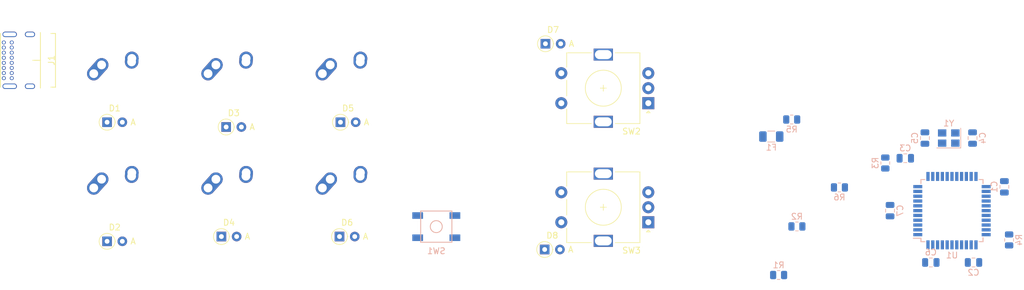
<source format=kicad_pcb>
(kicad_pcb (version 20171130) (host pcbnew "(5.1.9)-1")

  (general
    (thickness 1.6)
    (drawings 0)
    (tracks 0)
    (zones 0)
    (modules 34)
    (nets 62)
  )

  (page A4)
  (layers
    (0 F.Cu signal)
    (31 B.Cu signal)
    (32 B.Adhes user)
    (33 F.Adhes user)
    (34 B.Paste user)
    (35 F.Paste user)
    (36 B.SilkS user)
    (37 F.SilkS user)
    (38 B.Mask user)
    (39 F.Mask user)
    (40 Dwgs.User user)
    (41 Cmts.User user)
    (42 Eco1.User user)
    (43 Eco2.User user)
    (44 Edge.Cuts user)
    (45 Margin user)
    (46 B.CrtYd user)
    (47 F.CrtYd user)
    (48 B.Fab user)
    (49 F.Fab user)
  )

  (setup
    (last_trace_width 0.25)
    (trace_clearance 0.2)
    (zone_clearance 0.508)
    (zone_45_only no)
    (trace_min 0.2)
    (via_size 0.8)
    (via_drill 0.4)
    (via_min_size 0.4)
    (via_min_drill 0.3)
    (uvia_size 0.3)
    (uvia_drill 0.1)
    (uvias_allowed no)
    (uvia_min_size 0.2)
    (uvia_min_drill 0.1)
    (edge_width 0.05)
    (segment_width 0.2)
    (pcb_text_width 0.3)
    (pcb_text_size 1.5 1.5)
    (mod_edge_width 0.12)
    (mod_text_size 1 1)
    (mod_text_width 0.15)
    (pad_size 1.524 1.524)
    (pad_drill 0.762)
    (pad_to_mask_clearance 0)
    (aux_axis_origin 0 0)
    (visible_elements 7FFFFFFF)
    (pcbplotparams
      (layerselection 0x010fc_ffffffff)
      (usegerberextensions false)
      (usegerberattributes true)
      (usegerberadvancedattributes true)
      (creategerberjobfile true)
      (excludeedgelayer true)
      (linewidth 0.100000)
      (plotframeref false)
      (viasonmask false)
      (mode 1)
      (useauxorigin false)
      (hpglpennumber 1)
      (hpglpenspeed 20)
      (hpglpendiameter 15.000000)
      (psnegative false)
      (psa4output false)
      (plotreference true)
      (plotvalue true)
      (plotinvisibletext false)
      (padsonsilk false)
      (subtractmaskfromsilk false)
      (outputformat 1)
      (mirror false)
      (drillshape 1)
      (scaleselection 1)
      (outputdirectory ""))
  )

  (net 0 "")
  (net 1 +5V)
  (net 2 GND)
  (net 3 "Net-(C4-Pad1)")
  (net 4 "Net-(C5-Pad1)")
  (net 5 "Net-(C7-Pad2)")
  (net 6 "Net-(D1-Pad2)")
  (net 7 ROW0)
  (net 8 "Net-(D2-Pad2)")
  (net 9 ROW1)
  (net 10 "Net-(D3-Pad2)")
  (net 11 "Net-(D4-Pad2)")
  (net 12 "Net-(D5-Pad2)")
  (net 13 "Net-(D6-Pad2)")
  (net 14 "Net-(D7-Pad2)")
  (net 15 "Net-(D8-Pad2)")
  (net 16 VCC)
  (net 17 "Net-(J1-PadA5)")
  (net 18 D+)
  (net 19 D-)
  (net 20 "Net-(J1-PadA8)")
  (net 21 "Net-(J1-PadB8)")
  (net 22 "Net-(J1-PadB5)")
  (net 23 "Net-(J1-PadS1)")
  (net 24 COL0)
  (net 25 COL1)
  (net 26 COL2)
  (net 27 "Net-(R1-Pad1)")
  (net 28 "Net-(R2-Pad1)")
  (net 29 "Net-(R3-Pad2)")
  (net 30 "Net-(R4-Pad2)")
  (net 31 ENC0A)
  (net 32 ENC0B)
  (net 33 COL3)
  (net 34 ENC1A)
  (net 35 ENC1B)
  (net 36 "Net-(U1-Pad42)")
  (net 37 "Net-(U1-Pad41)")
  (net 38 "Net-(U1-Pad40)")
  (net 39 "Net-(U1-Pad39)")
  (net 40 "Net-(U1-Pad38)")
  (net 41 "Net-(U1-Pad37)")
  (net 42 "Net-(U1-Pad36)")
  (net 43 "Net-(U1-Pad32)")
  (net 44 "Net-(U1-Pad31)")
  (net 45 "Net-(U1-Pad30)")
  (net 46 "Net-(U1-Pad29)")
  (net 47 "Net-(U1-Pad28)")
  (net 48 "Net-(U1-Pad27)")
  (net 49 "Net-(U1-Pad26)")
  (net 50 "Net-(U1-Pad25)")
  (net 51 "Net-(U1-Pad22)")
  (net 52 "Net-(U1-Pad21)")
  (net 53 "Net-(U1-Pad20)")
  (net 54 "Net-(U1-Pad19)")
  (net 55 "Net-(U1-Pad18)")
  (net 56 "Net-(U1-Pad12)")
  (net 57 "Net-(U1-Pad11)")
  (net 58 "Net-(U1-Pad10)")
  (net 59 "Net-(U1-Pad9)")
  (net 60 "Net-(U1-Pad8)")
  (net 61 "Net-(U1-Pad1)")

  (net_class Default "This is the default net class."
    (clearance 0.2)
    (trace_width 0.25)
    (via_dia 0.8)
    (via_drill 0.4)
    (uvia_dia 0.3)
    (uvia_drill 0.1)
    (add_net +5V)
    (add_net COL0)
    (add_net COL1)
    (add_net COL2)
    (add_net COL3)
    (add_net D+)
    (add_net D-)
    (add_net ENC0A)
    (add_net ENC0B)
    (add_net ENC1A)
    (add_net ENC1B)
    (add_net GND)
    (add_net "Net-(C4-Pad1)")
    (add_net "Net-(C5-Pad1)")
    (add_net "Net-(C7-Pad2)")
    (add_net "Net-(D1-Pad2)")
    (add_net "Net-(D2-Pad2)")
    (add_net "Net-(D3-Pad2)")
    (add_net "Net-(D4-Pad2)")
    (add_net "Net-(D5-Pad2)")
    (add_net "Net-(D6-Pad2)")
    (add_net "Net-(D7-Pad2)")
    (add_net "Net-(D8-Pad2)")
    (add_net "Net-(J1-PadA5)")
    (add_net "Net-(J1-PadA8)")
    (add_net "Net-(J1-PadB5)")
    (add_net "Net-(J1-PadB8)")
    (add_net "Net-(J1-PadS1)")
    (add_net "Net-(R1-Pad1)")
    (add_net "Net-(R2-Pad1)")
    (add_net "Net-(R3-Pad2)")
    (add_net "Net-(R4-Pad2)")
    (add_net "Net-(U1-Pad1)")
    (add_net "Net-(U1-Pad10)")
    (add_net "Net-(U1-Pad11)")
    (add_net "Net-(U1-Pad12)")
    (add_net "Net-(U1-Pad18)")
    (add_net "Net-(U1-Pad19)")
    (add_net "Net-(U1-Pad20)")
    (add_net "Net-(U1-Pad21)")
    (add_net "Net-(U1-Pad22)")
    (add_net "Net-(U1-Pad25)")
    (add_net "Net-(U1-Pad26)")
    (add_net "Net-(U1-Pad27)")
    (add_net "Net-(U1-Pad28)")
    (add_net "Net-(U1-Pad29)")
    (add_net "Net-(U1-Pad30)")
    (add_net "Net-(U1-Pad31)")
    (add_net "Net-(U1-Pad32)")
    (add_net "Net-(U1-Pad36)")
    (add_net "Net-(U1-Pad37)")
    (add_net "Net-(U1-Pad38)")
    (add_net "Net-(U1-Pad39)")
    (add_net "Net-(U1-Pad40)")
    (add_net "Net-(U1-Pad41)")
    (add_net "Net-(U1-Pad42)")
    (add_net "Net-(U1-Pad8)")
    (add_net "Net-(U1-Pad9)")
    (add_net ROW0)
    (add_net ROW1)
    (add_net VCC)
  )

  (module Crystal:Crystal_SMD_3225-4Pin_3.2x2.5mm (layer B.Cu) (tedit 5A0FD1B2) (tstamp 6064844A)
    (at 143.4465 69.31025 180)
    (descr "SMD Crystal SERIES SMD3225/4 http://www.txccrystal.com/images/pdf/7m-accuracy.pdf, 3.2x2.5mm^2 package")
    (tags "SMD SMT crystal")
    (path /606585DE)
    (attr smd)
    (fp_text reference Y1 (at 0 2.45) (layer B.SilkS)
      (effects (font (size 1 1) (thickness 0.15)) (justify mirror))
    )
    (fp_text value 16MHz (at 0 -2.45) (layer B.Fab)
      (effects (font (size 1 1) (thickness 0.15)) (justify mirror))
    )
    (fp_line (start 2.1 1.7) (end -2.1 1.7) (layer B.CrtYd) (width 0.05))
    (fp_line (start 2.1 -1.7) (end 2.1 1.7) (layer B.CrtYd) (width 0.05))
    (fp_line (start -2.1 -1.7) (end 2.1 -1.7) (layer B.CrtYd) (width 0.05))
    (fp_line (start -2.1 1.7) (end -2.1 -1.7) (layer B.CrtYd) (width 0.05))
    (fp_line (start -2 -1.65) (end 2 -1.65) (layer B.SilkS) (width 0.12))
    (fp_line (start -2 1.65) (end -2 -1.65) (layer B.SilkS) (width 0.12))
    (fp_line (start -1.6 -0.25) (end -0.6 -1.25) (layer B.Fab) (width 0.1))
    (fp_line (start 1.6 1.25) (end -1.6 1.25) (layer B.Fab) (width 0.1))
    (fp_line (start 1.6 -1.25) (end 1.6 1.25) (layer B.Fab) (width 0.1))
    (fp_line (start -1.6 -1.25) (end 1.6 -1.25) (layer B.Fab) (width 0.1))
    (fp_line (start -1.6 1.25) (end -1.6 -1.25) (layer B.Fab) (width 0.1))
    (fp_text user %R (at 0 0) (layer B.Fab)
      (effects (font (size 0.7 0.7) (thickness 0.105)) (justify mirror))
    )
    (pad 4 smd rect (at -1.1 0.85 180) (size 1.4 1.2) (layers B.Cu B.Paste B.Mask)
      (net 2 GND))
    (pad 3 smd rect (at 1.1 0.85 180) (size 1.4 1.2) (layers B.Cu B.Paste B.Mask)
      (net 4 "Net-(C5-Pad1)"))
    (pad 2 smd rect (at 1.1 -0.85 180) (size 1.4 1.2) (layers B.Cu B.Paste B.Mask)
      (net 2 GND))
    (pad 1 smd rect (at -1.1 -0.85 180) (size 1.4 1.2) (layers B.Cu B.Paste B.Mask)
      (net 3 "Net-(C4-Pad1)"))
    (model ${KISYS3DMOD}/Crystal.3dshapes/Crystal_SMD_3225-4Pin_3.2x2.5mm.wrl
      (at (xyz 0 0 0))
      (scale (xyz 1 1 1))
      (rotate (xyz 0 0 0))
    )
  )

  (module Package_QFP:TQFP-44_10x10mm_P0.8mm (layer B.Cu) (tedit 5A02F146) (tstamp 60663F53)
    (at 143.98625 81.407)
    (descr "44-Lead Plastic Thin Quad Flatpack (PT) - 10x10x1.0 mm Body [TQFP] (see Microchip Packaging Specification 00000049BS.pdf)")
    (tags "QFP 0.8")
    (path /60643CA5)
    (attr smd)
    (fp_text reference U1 (at 0 7.45) (layer B.SilkS)
      (effects (font (size 1 1) (thickness 0.15)) (justify mirror))
    )
    (fp_text value ATmega32U4-AU (at 0 -7.45) (layer B.Fab)
      (effects (font (size 1 1) (thickness 0.15)) (justify mirror))
    )
    (fp_line (start -5.175 4.6) (end -6.45 4.6) (layer B.SilkS) (width 0.15))
    (fp_line (start 5.175 5.175) (end 4.5 5.175) (layer B.SilkS) (width 0.15))
    (fp_line (start 5.175 -5.175) (end 4.5 -5.175) (layer B.SilkS) (width 0.15))
    (fp_line (start -5.175 -5.175) (end -4.5 -5.175) (layer B.SilkS) (width 0.15))
    (fp_line (start -5.175 5.175) (end -4.5 5.175) (layer B.SilkS) (width 0.15))
    (fp_line (start -5.175 -5.175) (end -5.175 -4.5) (layer B.SilkS) (width 0.15))
    (fp_line (start 5.175 -5.175) (end 5.175 -4.5) (layer B.SilkS) (width 0.15))
    (fp_line (start 5.175 5.175) (end 5.175 4.5) (layer B.SilkS) (width 0.15))
    (fp_line (start -5.175 5.175) (end -5.175 4.6) (layer B.SilkS) (width 0.15))
    (fp_line (start -6.7 -6.7) (end 6.7 -6.7) (layer B.CrtYd) (width 0.05))
    (fp_line (start -6.7 6.7) (end 6.7 6.7) (layer B.CrtYd) (width 0.05))
    (fp_line (start 6.7 6.7) (end 6.7 -6.7) (layer B.CrtYd) (width 0.05))
    (fp_line (start -6.7 6.7) (end -6.7 -6.7) (layer B.CrtYd) (width 0.05))
    (fp_line (start -5 4) (end -4 5) (layer B.Fab) (width 0.15))
    (fp_line (start -5 -5) (end -5 4) (layer B.Fab) (width 0.15))
    (fp_line (start 5 -5) (end -5 -5) (layer B.Fab) (width 0.15))
    (fp_line (start 5 5) (end 5 -5) (layer B.Fab) (width 0.15))
    (fp_line (start -4 5) (end 5 5) (layer B.Fab) (width 0.15))
    (fp_text user %R (at 0 0) (layer B.Fab)
      (effects (font (size 1 1) (thickness 0.15)) (justify mirror))
    )
    (pad 44 smd rect (at -4 5.7 270) (size 1.5 0.55) (layers B.Cu B.Paste B.Mask)
      (net 1 +5V))
    (pad 43 smd rect (at -3.2 5.7 270) (size 1.5 0.55) (layers B.Cu B.Paste B.Mask)
      (net 2 GND))
    (pad 42 smd rect (at -2.4 5.7 270) (size 1.5 0.55) (layers B.Cu B.Paste B.Mask)
      (net 36 "Net-(U1-Pad42)"))
    (pad 41 smd rect (at -1.6 5.7 270) (size 1.5 0.55) (layers B.Cu B.Paste B.Mask)
      (net 37 "Net-(U1-Pad41)"))
    (pad 40 smd rect (at -0.8 5.7 270) (size 1.5 0.55) (layers B.Cu B.Paste B.Mask)
      (net 38 "Net-(U1-Pad40)"))
    (pad 39 smd rect (at 0 5.7 270) (size 1.5 0.55) (layers B.Cu B.Paste B.Mask)
      (net 39 "Net-(U1-Pad39)"))
    (pad 38 smd rect (at 0.8 5.7 270) (size 1.5 0.55) (layers B.Cu B.Paste B.Mask)
      (net 40 "Net-(U1-Pad38)"))
    (pad 37 smd rect (at 1.6 5.7 270) (size 1.5 0.55) (layers B.Cu B.Paste B.Mask)
      (net 41 "Net-(U1-Pad37)"))
    (pad 36 smd rect (at 2.4 5.7 270) (size 1.5 0.55) (layers B.Cu B.Paste B.Mask)
      (net 42 "Net-(U1-Pad36)"))
    (pad 35 smd rect (at 3.2 5.7 270) (size 1.5 0.55) (layers B.Cu B.Paste B.Mask)
      (net 2 GND))
    (pad 34 smd rect (at 4 5.7 270) (size 1.5 0.55) (layers B.Cu B.Paste B.Mask)
      (net 1 +5V))
    (pad 33 smd rect (at 5.7 4) (size 1.5 0.55) (layers B.Cu B.Paste B.Mask)
      (net 30 "Net-(R4-Pad2)"))
    (pad 32 smd rect (at 5.7 3.2) (size 1.5 0.55) (layers B.Cu B.Paste B.Mask)
      (net 43 "Net-(U1-Pad32)"))
    (pad 31 smd rect (at 5.7 2.4) (size 1.5 0.55) (layers B.Cu B.Paste B.Mask)
      (net 44 "Net-(U1-Pad31)"))
    (pad 30 smd rect (at 5.7 1.6) (size 1.5 0.55) (layers B.Cu B.Paste B.Mask)
      (net 45 "Net-(U1-Pad30)"))
    (pad 29 smd rect (at 5.7 0.8) (size 1.5 0.55) (layers B.Cu B.Paste B.Mask)
      (net 46 "Net-(U1-Pad29)"))
    (pad 28 smd rect (at 5.7 0) (size 1.5 0.55) (layers B.Cu B.Paste B.Mask)
      (net 47 "Net-(U1-Pad28)"))
    (pad 27 smd rect (at 5.7 -0.8) (size 1.5 0.55) (layers B.Cu B.Paste B.Mask)
      (net 48 "Net-(U1-Pad27)"))
    (pad 26 smd rect (at 5.7 -1.6) (size 1.5 0.55) (layers B.Cu B.Paste B.Mask)
      (net 49 "Net-(U1-Pad26)"))
    (pad 25 smd rect (at 5.7 -2.4) (size 1.5 0.55) (layers B.Cu B.Paste B.Mask)
      (net 50 "Net-(U1-Pad25)"))
    (pad 24 smd rect (at 5.7 -3.2) (size 1.5 0.55) (layers B.Cu B.Paste B.Mask)
      (net 1 +5V))
    (pad 23 smd rect (at 5.7 -4) (size 1.5 0.55) (layers B.Cu B.Paste B.Mask)
      (net 2 GND))
    (pad 22 smd rect (at 4 -5.7 270) (size 1.5 0.55) (layers B.Cu B.Paste B.Mask)
      (net 51 "Net-(U1-Pad22)"))
    (pad 21 smd rect (at 3.2 -5.7 270) (size 1.5 0.55) (layers B.Cu B.Paste B.Mask)
      (net 52 "Net-(U1-Pad21)"))
    (pad 20 smd rect (at 2.4 -5.7 270) (size 1.5 0.55) (layers B.Cu B.Paste B.Mask)
      (net 53 "Net-(U1-Pad20)"))
    (pad 19 smd rect (at 1.6 -5.7 270) (size 1.5 0.55) (layers B.Cu B.Paste B.Mask)
      (net 54 "Net-(U1-Pad19)"))
    (pad 18 smd rect (at 0.8 -5.7 270) (size 1.5 0.55) (layers B.Cu B.Paste B.Mask)
      (net 55 "Net-(U1-Pad18)"))
    (pad 17 smd rect (at 0 -5.7 270) (size 1.5 0.55) (layers B.Cu B.Paste B.Mask)
      (net 3 "Net-(C4-Pad1)"))
    (pad 16 smd rect (at -0.8 -5.7 270) (size 1.5 0.55) (layers B.Cu B.Paste B.Mask)
      (net 4 "Net-(C5-Pad1)"))
    (pad 15 smd rect (at -1.6 -5.7 270) (size 1.5 0.55) (layers B.Cu B.Paste B.Mask)
      (net 2 GND))
    (pad 14 smd rect (at -2.4 -5.7 270) (size 1.5 0.55) (layers B.Cu B.Paste B.Mask)
      (net 1 +5V))
    (pad 13 smd rect (at -3.2 -5.7 270) (size 1.5 0.55) (layers B.Cu B.Paste B.Mask)
      (net 29 "Net-(R3-Pad2)"))
    (pad 12 smd rect (at -4 -5.7 270) (size 1.5 0.55) (layers B.Cu B.Paste B.Mask)
      (net 56 "Net-(U1-Pad12)"))
    (pad 11 smd rect (at -5.7 -4) (size 1.5 0.55) (layers B.Cu B.Paste B.Mask)
      (net 57 "Net-(U1-Pad11)"))
    (pad 10 smd rect (at -5.7 -3.2) (size 1.5 0.55) (layers B.Cu B.Paste B.Mask)
      (net 58 "Net-(U1-Pad10)"))
    (pad 9 smd rect (at -5.7 -2.4) (size 1.5 0.55) (layers B.Cu B.Paste B.Mask)
      (net 59 "Net-(U1-Pad9)"))
    (pad 8 smd rect (at -5.7 -1.6) (size 1.5 0.55) (layers B.Cu B.Paste B.Mask)
      (net 60 "Net-(U1-Pad8)"))
    (pad 7 smd rect (at -5.7 -0.8) (size 1.5 0.55) (layers B.Cu B.Paste B.Mask)
      (net 1 +5V))
    (pad 6 smd rect (at -5.7 0) (size 1.5 0.55) (layers B.Cu B.Paste B.Mask)
      (net 5 "Net-(C7-Pad2)"))
    (pad 5 smd rect (at -5.7 0.8) (size 1.5 0.55) (layers B.Cu B.Paste B.Mask)
      (net 2 GND))
    (pad 4 smd rect (at -5.7 1.6) (size 1.5 0.55) (layers B.Cu B.Paste B.Mask)
      (net 28 "Net-(R2-Pad1)"))
    (pad 3 smd rect (at -5.7 2.4) (size 1.5 0.55) (layers B.Cu B.Paste B.Mask)
      (net 27 "Net-(R1-Pad1)"))
    (pad 2 smd rect (at -5.7 3.2) (size 1.5 0.55) (layers B.Cu B.Paste B.Mask)
      (net 1 +5V))
    (pad 1 smd rect (at -5.7 4) (size 1.5 0.55) (layers B.Cu B.Paste B.Mask)
      (net 61 "Net-(U1-Pad1)"))
    (model ${KISYS3DMOD}/Package_QFP.3dshapes/TQFP-44_10x10mm_P0.8mm.wrl
      (at (xyz 0 0 0))
      (scale (xyz 1 1 1))
      (rotate (xyz 0 0 0))
    )
  )

  (module Rotary_Encoder:RotaryEncoder_Alps_EC11E-Switch_Vertical_H20mm (layer F.Cu) (tedit 5A74C8CB) (tstamp 606483F3)
    (at 93.37675 83.34375 180)
    (descr "Alps rotary encoder, EC12E... with switch, vertical shaft, http://www.alps.com/prod/info/E/HTML/Encoder/Incremental/EC11/EC11E15204A3.html")
    (tags "rotary encoder")
    (path /606B79CB)
    (fp_text reference SW3 (at 2.8 -4.7) (layer F.SilkS)
      (effects (font (size 1 1) (thickness 0.15)))
    )
    (fp_text value Rotary_Encoder_Switch (at 7.5 10.4) (layer F.Fab)
      (effects (font (size 1 1) (thickness 0.15)))
    )
    (fp_circle (center 7.5 2.5) (end 10.5 2.5) (layer F.Fab) (width 0.12))
    (fp_circle (center 7.5 2.5) (end 10.5 2.5) (layer F.SilkS) (width 0.12))
    (fp_line (start 16 9.6) (end -1.5 9.6) (layer F.CrtYd) (width 0.05))
    (fp_line (start 16 9.6) (end 16 -4.6) (layer F.CrtYd) (width 0.05))
    (fp_line (start -1.5 -4.6) (end -1.5 9.6) (layer F.CrtYd) (width 0.05))
    (fp_line (start -1.5 -4.6) (end 16 -4.6) (layer F.CrtYd) (width 0.05))
    (fp_line (start 2.5 -3.3) (end 13.5 -3.3) (layer F.Fab) (width 0.12))
    (fp_line (start 13.5 -3.3) (end 13.5 8.3) (layer F.Fab) (width 0.12))
    (fp_line (start 13.5 8.3) (end 1.5 8.3) (layer F.Fab) (width 0.12))
    (fp_line (start 1.5 8.3) (end 1.5 -2.2) (layer F.Fab) (width 0.12))
    (fp_line (start 1.5 -2.2) (end 2.5 -3.3) (layer F.Fab) (width 0.12))
    (fp_line (start 9.5 -3.4) (end 13.6 -3.4) (layer F.SilkS) (width 0.12))
    (fp_line (start 13.6 8.4) (end 9.5 8.4) (layer F.SilkS) (width 0.12))
    (fp_line (start 5.5 8.4) (end 1.4 8.4) (layer F.SilkS) (width 0.12))
    (fp_line (start 5.5 -3.4) (end 1.4 -3.4) (layer F.SilkS) (width 0.12))
    (fp_line (start 1.4 -3.4) (end 1.4 8.4) (layer F.SilkS) (width 0.12))
    (fp_line (start 0 -1.3) (end -0.3 -1.6) (layer F.SilkS) (width 0.12))
    (fp_line (start -0.3 -1.6) (end 0.3 -1.6) (layer F.SilkS) (width 0.12))
    (fp_line (start 0.3 -1.6) (end 0 -1.3) (layer F.SilkS) (width 0.12))
    (fp_line (start 7.5 -0.5) (end 7.5 5.5) (layer F.Fab) (width 0.12))
    (fp_line (start 4.5 2.5) (end 10.5 2.5) (layer F.Fab) (width 0.12))
    (fp_line (start 13.6 -3.4) (end 13.6 -1) (layer F.SilkS) (width 0.12))
    (fp_line (start 13.6 1.2) (end 13.6 3.8) (layer F.SilkS) (width 0.12))
    (fp_line (start 13.6 6) (end 13.6 8.4) (layer F.SilkS) (width 0.12))
    (fp_line (start 7.5 2) (end 7.5 3) (layer F.SilkS) (width 0.12))
    (fp_line (start 7 2.5) (end 8 2.5) (layer F.SilkS) (width 0.12))
    (fp_text user %R (at 11.1 6.3) (layer F.Fab)
      (effects (font (size 1 1) (thickness 0.15)))
    )
    (pad A thru_hole rect (at 0 0 180) (size 2 2) (drill 1) (layers *.Cu *.Mask)
      (net 34 ENC1A))
    (pad C thru_hole circle (at 0 2.5 180) (size 2 2) (drill 1) (layers *.Cu *.Mask)
      (net 2 GND))
    (pad B thru_hole circle (at 0 5 180) (size 2 2) (drill 1) (layers *.Cu *.Mask)
      (net 35 ENC1B))
    (pad MP thru_hole rect (at 7.5 -3.1 180) (size 3.2 2) (drill oval 2.8 1.5) (layers *.Cu *.Mask))
    (pad MP thru_hole rect (at 7.5 8.1 180) (size 3.2 2) (drill oval 2.8 1.5) (layers *.Cu *.Mask))
    (pad S2 thru_hole circle (at 14.5 0 180) (size 2 2) (drill 1) (layers *.Cu *.Mask)
      (net 33 COL3))
    (pad S1 thru_hole circle (at 14.5 5 180) (size 2 2) (drill 1) (layers *.Cu *.Mask)
      (net 15 "Net-(D8-Pad2)"))
    (model ${KISYS3DMOD}/Rotary_Encoder.3dshapes/RotaryEncoder_Alps_EC11E-Switch_Vertical_H20mm.wrl
      (at (xyz 0 0 0))
      (scale (xyz 1 1 1))
      (rotate (xyz 0 0 0))
    )
  )

  (module Rotary_Encoder:RotaryEncoder_Alps_EC11E-Switch_Vertical_H20mm (layer F.Cu) (tedit 5A74C8CB) (tstamp 606483CD)
    (at 93.37675 63.5 180)
    (descr "Alps rotary encoder, EC12E... with switch, vertical shaft, http://www.alps.com/prod/info/E/HTML/Encoder/Incremental/EC11/EC11E15204A3.html")
    (tags "rotary encoder")
    (path /606AEDF3)
    (fp_text reference SW2 (at 2.8 -4.7) (layer F.SilkS)
      (effects (font (size 1 1) (thickness 0.15)))
    )
    (fp_text value Rotary_Encoder_Switch (at 7.5 10.4) (layer F.Fab)
      (effects (font (size 1 1) (thickness 0.15)))
    )
    (fp_circle (center 7.5 2.5) (end 10.5 2.5) (layer F.Fab) (width 0.12))
    (fp_circle (center 7.5 2.5) (end 10.5 2.5) (layer F.SilkS) (width 0.12))
    (fp_line (start 16 9.6) (end -1.5 9.6) (layer F.CrtYd) (width 0.05))
    (fp_line (start 16 9.6) (end 16 -4.6) (layer F.CrtYd) (width 0.05))
    (fp_line (start -1.5 -4.6) (end -1.5 9.6) (layer F.CrtYd) (width 0.05))
    (fp_line (start -1.5 -4.6) (end 16 -4.6) (layer F.CrtYd) (width 0.05))
    (fp_line (start 2.5 -3.3) (end 13.5 -3.3) (layer F.Fab) (width 0.12))
    (fp_line (start 13.5 -3.3) (end 13.5 8.3) (layer F.Fab) (width 0.12))
    (fp_line (start 13.5 8.3) (end 1.5 8.3) (layer F.Fab) (width 0.12))
    (fp_line (start 1.5 8.3) (end 1.5 -2.2) (layer F.Fab) (width 0.12))
    (fp_line (start 1.5 -2.2) (end 2.5 -3.3) (layer F.Fab) (width 0.12))
    (fp_line (start 9.5 -3.4) (end 13.6 -3.4) (layer F.SilkS) (width 0.12))
    (fp_line (start 13.6 8.4) (end 9.5 8.4) (layer F.SilkS) (width 0.12))
    (fp_line (start 5.5 8.4) (end 1.4 8.4) (layer F.SilkS) (width 0.12))
    (fp_line (start 5.5 -3.4) (end 1.4 -3.4) (layer F.SilkS) (width 0.12))
    (fp_line (start 1.4 -3.4) (end 1.4 8.4) (layer F.SilkS) (width 0.12))
    (fp_line (start 0 -1.3) (end -0.3 -1.6) (layer F.SilkS) (width 0.12))
    (fp_line (start -0.3 -1.6) (end 0.3 -1.6) (layer F.SilkS) (width 0.12))
    (fp_line (start 0.3 -1.6) (end 0 -1.3) (layer F.SilkS) (width 0.12))
    (fp_line (start 7.5 -0.5) (end 7.5 5.5) (layer F.Fab) (width 0.12))
    (fp_line (start 4.5 2.5) (end 10.5 2.5) (layer F.Fab) (width 0.12))
    (fp_line (start 13.6 -3.4) (end 13.6 -1) (layer F.SilkS) (width 0.12))
    (fp_line (start 13.6 1.2) (end 13.6 3.8) (layer F.SilkS) (width 0.12))
    (fp_line (start 13.6 6) (end 13.6 8.4) (layer F.SilkS) (width 0.12))
    (fp_line (start 7.5 2) (end 7.5 3) (layer F.SilkS) (width 0.12))
    (fp_line (start 7 2.5) (end 8 2.5) (layer F.SilkS) (width 0.12))
    (fp_text user %R (at 11.1 6.3) (layer F.Fab)
      (effects (font (size 1 1) (thickness 0.15)))
    )
    (pad A thru_hole rect (at 0 0 180) (size 2 2) (drill 1) (layers *.Cu *.Mask)
      (net 31 ENC0A))
    (pad C thru_hole circle (at 0 2.5 180) (size 2 2) (drill 1) (layers *.Cu *.Mask)
      (net 2 GND))
    (pad B thru_hole circle (at 0 5 180) (size 2 2) (drill 1) (layers *.Cu *.Mask)
      (net 32 ENC0B))
    (pad MP thru_hole rect (at 7.5 -3.1 180) (size 3.2 2) (drill oval 2.8 1.5) (layers *.Cu *.Mask))
    (pad MP thru_hole rect (at 7.5 8.1 180) (size 3.2 2) (drill oval 2.8 1.5) (layers *.Cu *.Mask))
    (pad S2 thru_hole circle (at 14.5 0 180) (size 2 2) (drill 1) (layers *.Cu *.Mask)
      (net 33 COL3))
    (pad S1 thru_hole circle (at 14.5 5 180) (size 2 2) (drill 1) (layers *.Cu *.Mask)
      (net 14 "Net-(D7-Pad2)"))
    (model ${KISYS3DMOD}/Rotary_Encoder.3dshapes/RotaryEncoder_Alps_EC11E-Switch_Vertical_H20mm.wrl
      (at (xyz 0 0 0))
      (scale (xyz 1 1 1))
      (rotate (xyz 0 0 0))
    )
  )

  (module random-keyboard-parts:SKQG-1155865 (layer B.Cu) (tedit 5E62B398) (tstamp 606483A7)
    (at 58.039 84.074 180)
    (path /60660998)
    (attr smd)
    (fp_text reference SW1 (at 0 -4.064) (layer B.SilkS)
      (effects (font (size 1 1) (thickness 0.15)) (justify mirror))
    )
    (fp_text value SW_Push (at 0 4.064) (layer B.Fab)
      (effects (font (size 1 1) (thickness 0.15)) (justify mirror))
    )
    (fp_line (start -2.6 2.6) (end 2.6 2.6) (layer B.SilkS) (width 0.15))
    (fp_line (start 2.6 2.6) (end 2.6 -2.6) (layer B.SilkS) (width 0.15))
    (fp_line (start 2.6 -2.6) (end -2.6 -2.6) (layer B.SilkS) (width 0.15))
    (fp_line (start -2.6 -2.6) (end -2.6 2.6) (layer B.SilkS) (width 0.15))
    (fp_circle (center 0 0) (end 1 0) (layer B.SilkS) (width 0.15))
    (fp_line (start -4.2 2.6) (end 4.2 2.6) (layer B.Fab) (width 0.15))
    (fp_line (start 4.2 2.6) (end 4.2 1.2) (layer B.Fab) (width 0.15))
    (fp_line (start 4.2 1.1) (end 2.6 1.1) (layer B.Fab) (width 0.15))
    (fp_line (start 2.6 1.1) (end 2.6 -1.1) (layer B.Fab) (width 0.15))
    (fp_line (start 2.6 -1.1) (end 4.2 -1.1) (layer B.Fab) (width 0.15))
    (fp_line (start 4.2 -1.1) (end 4.2 -2.6) (layer B.Fab) (width 0.15))
    (fp_line (start 4.2 -2.6) (end -4.2 -2.6) (layer B.Fab) (width 0.15))
    (fp_line (start -4.2 -2.6) (end -4.2 -1.1) (layer B.Fab) (width 0.15))
    (fp_line (start -4.2 -1.1) (end -2.6 -1.1) (layer B.Fab) (width 0.15))
    (fp_line (start -2.6 -1.1) (end -2.6 1.1) (layer B.Fab) (width 0.15))
    (fp_line (start -2.6 1.1) (end -4.2 1.1) (layer B.Fab) (width 0.15))
    (fp_line (start -4.2 1.1) (end -4.2 2.6) (layer B.Fab) (width 0.15))
    (fp_circle (center 0 0) (end 1 0) (layer B.Fab) (width 0.15))
    (fp_line (start -2.6 1.1) (end -1.1 2.6) (layer B.Fab) (width 0.15))
    (fp_line (start 2.6 1.1) (end 1.1 2.6) (layer B.Fab) (width 0.15))
    (fp_line (start 2.6 -1.1) (end 1.1 -2.6) (layer B.Fab) (width 0.15))
    (fp_line (start -2.6 -1.1) (end -1.1 -2.6) (layer B.Fab) (width 0.15))
    (pad 4 smd rect (at -3.1 -1.85 180) (size 1.8 1.1) (layers B.Cu B.Paste B.Mask))
    (pad 3 smd rect (at 3.1 1.85 180) (size 1.8 1.1) (layers B.Cu B.Paste B.Mask))
    (pad 2 smd rect (at -3.1 1.85 180) (size 1.8 1.1) (layers B.Cu B.Paste B.Mask)
      (net 29 "Net-(R3-Pad2)"))
    (pad 1 smd rect (at 3.1 -1.85 180) (size 1.8 1.1) (layers B.Cu B.Paste B.Mask)
      (net 2 GND))
    (model ${KISYS3DMOD}/Button_Switch_SMD.3dshapes/SW_SPST_TL3342.step
      (at (xyz 0 0 0))
      (scale (xyz 1 1 1))
      (rotate (xyz 0 0 0))
    )
  )

  (module Resistor_SMD:R_0805_2012Metric (layer B.Cu) (tedit 5F68FEEE) (tstamp 60648389)
    (at 125.2305 77.538)
    (descr "Resistor SMD 0805 (2012 Metric), square (rectangular) end terminal, IPC_7351 nominal, (Body size source: IPC-SM-782 page 72, https://www.pcb-3d.com/wordpress/wp-content/uploads/ipc-sm-782a_amendment_1_and_2.pdf), generated with kicad-footprint-generator")
    (tags resistor)
    (path /606741AE)
    (attr smd)
    (fp_text reference R6 (at 0 1.65) (layer B.SilkS)
      (effects (font (size 1 1) (thickness 0.15)) (justify mirror))
    )
    (fp_text value 5K1 (at 0 -1.65) (layer B.Fab)
      (effects (font (size 1 1) (thickness 0.15)) (justify mirror))
    )
    (fp_line (start 1.68 -0.95) (end -1.68 -0.95) (layer B.CrtYd) (width 0.05))
    (fp_line (start 1.68 0.95) (end 1.68 -0.95) (layer B.CrtYd) (width 0.05))
    (fp_line (start -1.68 0.95) (end 1.68 0.95) (layer B.CrtYd) (width 0.05))
    (fp_line (start -1.68 -0.95) (end -1.68 0.95) (layer B.CrtYd) (width 0.05))
    (fp_line (start -0.227064 -0.735) (end 0.227064 -0.735) (layer B.SilkS) (width 0.12))
    (fp_line (start -0.227064 0.735) (end 0.227064 0.735) (layer B.SilkS) (width 0.12))
    (fp_line (start 1 -0.625) (end -1 -0.625) (layer B.Fab) (width 0.1))
    (fp_line (start 1 0.625) (end 1 -0.625) (layer B.Fab) (width 0.1))
    (fp_line (start -1 0.625) (end 1 0.625) (layer B.Fab) (width 0.1))
    (fp_line (start -1 -0.625) (end -1 0.625) (layer B.Fab) (width 0.1))
    (fp_text user %R (at 0 0) (layer B.Fab)
      (effects (font (size 0.5 0.5) (thickness 0.08)) (justify mirror))
    )
    (pad 2 smd roundrect (at 0.9125 0) (size 1.025 1.4) (layers B.Cu B.Paste B.Mask) (roundrect_rratio 0.243902)
      (net 17 "Net-(J1-PadA5)"))
    (pad 1 smd roundrect (at -0.9125 0) (size 1.025 1.4) (layers B.Cu B.Paste B.Mask) (roundrect_rratio 0.243902)
      (net 2 GND))
    (model ${KISYS3DMOD}/Resistor_SMD.3dshapes/R_0805_2012Metric.wrl
      (at (xyz 0 0 0))
      (scale (xyz 1 1 1))
      (rotate (xyz 0 0 0))
    )
  )

  (module Resistor_SMD:R_0805_2012Metric (layer B.Cu) (tedit 5F68FEEE) (tstamp 60648378)
    (at 117.2755 66.221)
    (descr "Resistor SMD 0805 (2012 Metric), square (rectangular) end terminal, IPC_7351 nominal, (Body size source: IPC-SM-782 page 72, https://www.pcb-3d.com/wordpress/wp-content/uploads/ipc-sm-782a_amendment_1_and_2.pdf), generated with kicad-footprint-generator")
    (tags resistor)
    (path /6067469C)
    (attr smd)
    (fp_text reference R5 (at 0 1.65) (layer B.SilkS)
      (effects (font (size 1 1) (thickness 0.15)) (justify mirror))
    )
    (fp_text value 5K1 (at 0 -1.65) (layer B.Fab)
      (effects (font (size 1 1) (thickness 0.15)) (justify mirror))
    )
    (fp_line (start 1.68 -0.95) (end -1.68 -0.95) (layer B.CrtYd) (width 0.05))
    (fp_line (start 1.68 0.95) (end 1.68 -0.95) (layer B.CrtYd) (width 0.05))
    (fp_line (start -1.68 0.95) (end 1.68 0.95) (layer B.CrtYd) (width 0.05))
    (fp_line (start -1.68 -0.95) (end -1.68 0.95) (layer B.CrtYd) (width 0.05))
    (fp_line (start -0.227064 -0.735) (end 0.227064 -0.735) (layer B.SilkS) (width 0.12))
    (fp_line (start -0.227064 0.735) (end 0.227064 0.735) (layer B.SilkS) (width 0.12))
    (fp_line (start 1 -0.625) (end -1 -0.625) (layer B.Fab) (width 0.1))
    (fp_line (start 1 0.625) (end 1 -0.625) (layer B.Fab) (width 0.1))
    (fp_line (start -1 0.625) (end 1 0.625) (layer B.Fab) (width 0.1))
    (fp_line (start -1 -0.625) (end -1 0.625) (layer B.Fab) (width 0.1))
    (fp_text user %R (at 0 0) (layer B.Fab)
      (effects (font (size 0.5 0.5) (thickness 0.08)) (justify mirror))
    )
    (pad 2 smd roundrect (at 0.9125 0) (size 1.025 1.4) (layers B.Cu B.Paste B.Mask) (roundrect_rratio 0.243902)
      (net 22 "Net-(J1-PadB5)"))
    (pad 1 smd roundrect (at -0.9125 0) (size 1.025 1.4) (layers B.Cu B.Paste B.Mask) (roundrect_rratio 0.243902)
      (net 2 GND))
    (model ${KISYS3DMOD}/Resistor_SMD.3dshapes/R_0805_2012Metric.wrl
      (at (xyz 0 0 0))
      (scale (xyz 1 1 1))
      (rotate (xyz 0 0 0))
    )
  )

  (module Resistor_SMD:R_0805_2012Metric (layer B.Cu) (tedit 5F68FEEE) (tstamp 60663FE7)
    (at 153.51125 86.28825 90)
    (descr "Resistor SMD 0805 (2012 Metric), square (rectangular) end terminal, IPC_7351 nominal, (Body size source: IPC-SM-782 page 72, https://www.pcb-3d.com/wordpress/wp-content/uploads/ipc-sm-782a_amendment_1_and_2.pdf), generated with kicad-footprint-generator")
    (tags resistor)
    (path /60648D2D)
    (attr smd)
    (fp_text reference R4 (at 0 1.65 270) (layer B.SilkS)
      (effects (font (size 1 1) (thickness 0.15)) (justify mirror))
    )
    (fp_text value 10k (at 0 -1.65 270) (layer B.Fab)
      (effects (font (size 1 1) (thickness 0.15)) (justify mirror))
    )
    (fp_line (start 1.68 -0.95) (end -1.68 -0.95) (layer B.CrtYd) (width 0.05))
    (fp_line (start 1.68 0.95) (end 1.68 -0.95) (layer B.CrtYd) (width 0.05))
    (fp_line (start -1.68 0.95) (end 1.68 0.95) (layer B.CrtYd) (width 0.05))
    (fp_line (start -1.68 -0.95) (end -1.68 0.95) (layer B.CrtYd) (width 0.05))
    (fp_line (start -0.227064 -0.735) (end 0.227064 -0.735) (layer B.SilkS) (width 0.12))
    (fp_line (start -0.227064 0.735) (end 0.227064 0.735) (layer B.SilkS) (width 0.12))
    (fp_line (start 1 -0.625) (end -1 -0.625) (layer B.Fab) (width 0.1))
    (fp_line (start 1 0.625) (end 1 -0.625) (layer B.Fab) (width 0.1))
    (fp_line (start -1 0.625) (end 1 0.625) (layer B.Fab) (width 0.1))
    (fp_line (start -1 -0.625) (end -1 0.625) (layer B.Fab) (width 0.1))
    (fp_text user %R (at 0 0 270) (layer B.Fab)
      (effects (font (size 0.5 0.5) (thickness 0.08)) (justify mirror))
    )
    (pad 2 smd roundrect (at 0.9125 0 90) (size 1.025 1.4) (layers B.Cu B.Paste B.Mask) (roundrect_rratio 0.243902)
      (net 30 "Net-(R4-Pad2)"))
    (pad 1 smd roundrect (at -0.9125 0 90) (size 1.025 1.4) (layers B.Cu B.Paste B.Mask) (roundrect_rratio 0.243902)
      (net 2 GND))
    (model ${KISYS3DMOD}/Resistor_SMD.3dshapes/R_0805_2012Metric.wrl
      (at (xyz 0 0 0))
      (scale (xyz 1 1 1))
      (rotate (xyz 0 0 0))
    )
  )

  (module Resistor_SMD:R_0805_2012Metric (layer B.Cu) (tedit 5F68FEEE) (tstamp 60661D18)
    (at 132.87375 73.4695 270)
    (descr "Resistor SMD 0805 (2012 Metric), square (rectangular) end terminal, IPC_7351 nominal, (Body size source: IPC-SM-782 page 72, https://www.pcb-3d.com/wordpress/wp-content/uploads/ipc-sm-782a_amendment_1_and_2.pdf), generated with kicad-footprint-generator")
    (tags resistor)
    (path /60665A1F)
    (attr smd)
    (fp_text reference R3 (at 0 1.65 270) (layer B.SilkS)
      (effects (font (size 1 1) (thickness 0.15)) (justify mirror))
    )
    (fp_text value 10k (at 0 -1.65 270) (layer B.Fab)
      (effects (font (size 1 1) (thickness 0.15)) (justify mirror))
    )
    (fp_line (start 1.68 -0.95) (end -1.68 -0.95) (layer B.CrtYd) (width 0.05))
    (fp_line (start 1.68 0.95) (end 1.68 -0.95) (layer B.CrtYd) (width 0.05))
    (fp_line (start -1.68 0.95) (end 1.68 0.95) (layer B.CrtYd) (width 0.05))
    (fp_line (start -1.68 -0.95) (end -1.68 0.95) (layer B.CrtYd) (width 0.05))
    (fp_line (start -0.227064 -0.735) (end 0.227064 -0.735) (layer B.SilkS) (width 0.12))
    (fp_line (start -0.227064 0.735) (end 0.227064 0.735) (layer B.SilkS) (width 0.12))
    (fp_line (start 1 -0.625) (end -1 -0.625) (layer B.Fab) (width 0.1))
    (fp_line (start 1 0.625) (end 1 -0.625) (layer B.Fab) (width 0.1))
    (fp_line (start -1 0.625) (end 1 0.625) (layer B.Fab) (width 0.1))
    (fp_line (start -1 -0.625) (end -1 0.625) (layer B.Fab) (width 0.1))
    (fp_text user %R (at 0 0 270) (layer B.Fab)
      (effects (font (size 0.5 0.5) (thickness 0.08)) (justify mirror))
    )
    (pad 2 smd roundrect (at 0.9125 0 270) (size 1.025 1.4) (layers B.Cu B.Paste B.Mask) (roundrect_rratio 0.243902)
      (net 29 "Net-(R3-Pad2)"))
    (pad 1 smd roundrect (at -0.9125 0 270) (size 1.025 1.4) (layers B.Cu B.Paste B.Mask) (roundrect_rratio 0.243902)
      (net 1 +5V))
    (model ${KISYS3DMOD}/Resistor_SMD.3dshapes/R_0805_2012Metric.wrl
      (at (xyz 0 0 0))
      (scale (xyz 1 1 1))
      (rotate (xyz 0 0 0))
    )
  )

  (module Resistor_SMD:R_0805_2012Metric (layer B.Cu) (tedit 5F68FEEE) (tstamp 60648345)
    (at 118.14175 84.04225 180)
    (descr "Resistor SMD 0805 (2012 Metric), square (rectangular) end terminal, IPC_7351 nominal, (Body size source: IPC-SM-782 page 72, https://www.pcb-3d.com/wordpress/wp-content/uploads/ipc-sm-782a_amendment_1_and_2.pdf), generated with kicad-footprint-generator")
    (tags resistor)
    (path /6064BF03)
    (attr smd)
    (fp_text reference R2 (at 0 1.65) (layer B.SilkS)
      (effects (font (size 1 1) (thickness 0.15)) (justify mirror))
    )
    (fp_text value 22 (at 0 -1.65) (layer B.Fab)
      (effects (font (size 1 1) (thickness 0.15)) (justify mirror))
    )
    (fp_line (start 1.68 -0.95) (end -1.68 -0.95) (layer B.CrtYd) (width 0.05))
    (fp_line (start 1.68 0.95) (end 1.68 -0.95) (layer B.CrtYd) (width 0.05))
    (fp_line (start -1.68 0.95) (end 1.68 0.95) (layer B.CrtYd) (width 0.05))
    (fp_line (start -1.68 -0.95) (end -1.68 0.95) (layer B.CrtYd) (width 0.05))
    (fp_line (start -0.227064 -0.735) (end 0.227064 -0.735) (layer B.SilkS) (width 0.12))
    (fp_line (start -0.227064 0.735) (end 0.227064 0.735) (layer B.SilkS) (width 0.12))
    (fp_line (start 1 -0.625) (end -1 -0.625) (layer B.Fab) (width 0.1))
    (fp_line (start 1 0.625) (end 1 -0.625) (layer B.Fab) (width 0.1))
    (fp_line (start -1 0.625) (end 1 0.625) (layer B.Fab) (width 0.1))
    (fp_line (start -1 -0.625) (end -1 0.625) (layer B.Fab) (width 0.1))
    (fp_text user %R (at 0 0) (layer B.Fab)
      (effects (font (size 0.5 0.5) (thickness 0.08)) (justify mirror))
    )
    (pad 2 smd roundrect (at 0.9125 0 180) (size 1.025 1.4) (layers B.Cu B.Paste B.Mask) (roundrect_rratio 0.243902)
      (net 18 D+))
    (pad 1 smd roundrect (at -0.9125 0 180) (size 1.025 1.4) (layers B.Cu B.Paste B.Mask) (roundrect_rratio 0.243902)
      (net 28 "Net-(R2-Pad1)"))
    (model ${KISYS3DMOD}/Resistor_SMD.3dshapes/R_0805_2012Metric.wrl
      (at (xyz 0 0 0))
      (scale (xyz 1 1 1))
      (rotate (xyz 0 0 0))
    )
  )

  (module Resistor_SMD:R_0805_2012Metric (layer B.Cu) (tedit 5F68FEEE) (tstamp 60648334)
    (at 115.09375 92.1385 180)
    (descr "Resistor SMD 0805 (2012 Metric), square (rectangular) end terminal, IPC_7351 nominal, (Body size source: IPC-SM-782 page 72, https://www.pcb-3d.com/wordpress/wp-content/uploads/ipc-sm-782a_amendment_1_and_2.pdf), generated with kicad-footprint-generator")
    (tags resistor)
    (path /6064D2FC)
    (attr smd)
    (fp_text reference R1 (at 0 1.65) (layer B.SilkS)
      (effects (font (size 1 1) (thickness 0.15)) (justify mirror))
    )
    (fp_text value 22 (at 0 -1.65) (layer B.Fab)
      (effects (font (size 1 1) (thickness 0.15)) (justify mirror))
    )
    (fp_line (start 1.68 -0.95) (end -1.68 -0.95) (layer B.CrtYd) (width 0.05))
    (fp_line (start 1.68 0.95) (end 1.68 -0.95) (layer B.CrtYd) (width 0.05))
    (fp_line (start -1.68 0.95) (end 1.68 0.95) (layer B.CrtYd) (width 0.05))
    (fp_line (start -1.68 -0.95) (end -1.68 0.95) (layer B.CrtYd) (width 0.05))
    (fp_line (start -0.227064 -0.735) (end 0.227064 -0.735) (layer B.SilkS) (width 0.12))
    (fp_line (start -0.227064 0.735) (end 0.227064 0.735) (layer B.SilkS) (width 0.12))
    (fp_line (start 1 -0.625) (end -1 -0.625) (layer B.Fab) (width 0.1))
    (fp_line (start 1 0.625) (end 1 -0.625) (layer B.Fab) (width 0.1))
    (fp_line (start -1 0.625) (end 1 0.625) (layer B.Fab) (width 0.1))
    (fp_line (start -1 -0.625) (end -1 0.625) (layer B.Fab) (width 0.1))
    (fp_text user %R (at 0 0) (layer B.Fab)
      (effects (font (size 0.5 0.5) (thickness 0.08)) (justify mirror))
    )
    (pad 2 smd roundrect (at 0.9125 0 180) (size 1.025 1.4) (layers B.Cu B.Paste B.Mask) (roundrect_rratio 0.243902)
      (net 19 D-))
    (pad 1 smd roundrect (at -0.9125 0 180) (size 1.025 1.4) (layers B.Cu B.Paste B.Mask) (roundrect_rratio 0.243902)
      (net 27 "Net-(R1-Pad1)"))
    (model ${KISYS3DMOD}/Resistor_SMD.3dshapes/R_0805_2012Metric.wrl
      (at (xyz 0 0 0))
      (scale (xyz 1 1 1))
      (rotate (xyz 0 0 0))
    )
  )

  (module MX_Alps_Hybrid:MX-1U-NoLED (layer F.Cu) (tedit 5A9F5203) (tstamp 60648323)
    (at 42.8625 80.16875)
    (path /6069D2C9)
    (fp_text reference MX6 (at 0 3.175) (layer Dwgs.User)
      (effects (font (size 1 1) (thickness 0.15)))
    )
    (fp_text value MX-NoLED (at 0 -7.9375) (layer Dwgs.User)
      (effects (font (size 1 1) (thickness 0.15)))
    )
    (fp_line (start -9.525 9.525) (end -9.525 -9.525) (layer Dwgs.User) (width 0.15))
    (fp_line (start 9.525 9.525) (end -9.525 9.525) (layer Dwgs.User) (width 0.15))
    (fp_line (start 9.525 -9.525) (end 9.525 9.525) (layer Dwgs.User) (width 0.15))
    (fp_line (start -9.525 -9.525) (end 9.525 -9.525) (layer Dwgs.User) (width 0.15))
    (fp_line (start -7 -7) (end -7 -5) (layer Dwgs.User) (width 0.15))
    (fp_line (start -5 -7) (end -7 -7) (layer Dwgs.User) (width 0.15))
    (fp_line (start -7 7) (end -5 7) (layer Dwgs.User) (width 0.15))
    (fp_line (start -7 5) (end -7 7) (layer Dwgs.User) (width 0.15))
    (fp_line (start 7 7) (end 7 5) (layer Dwgs.User) (width 0.15))
    (fp_line (start 5 7) (end 7 7) (layer Dwgs.User) (width 0.15))
    (fp_line (start 7 -7) (end 7 -5) (layer Dwgs.User) (width 0.15))
    (fp_line (start 5 -7) (end 7 -7) (layer Dwgs.User) (width 0.15))
    (pad "" np_thru_hole circle (at 5.08 0 48.0996) (size 1.75 1.75) (drill 1.75) (layers *.Cu *.Mask))
    (pad "" np_thru_hole circle (at -5.08 0 48.0996) (size 1.75 1.75) (drill 1.75) (layers *.Cu *.Mask))
    (pad 1 thru_hole circle (at -2.5 -4) (size 2.25 2.25) (drill 1.47) (layers *.Cu B.Mask)
      (net 26 COL2))
    (pad "" np_thru_hole circle (at 0 0) (size 3.9878 3.9878) (drill 3.9878) (layers *.Cu *.Mask))
    (pad 1 thru_hole oval (at -3.81 -2.54 48.0996) (size 4.211556 2.25) (drill 1.47 (offset 0.980778 0)) (layers *.Cu B.Mask)
      (net 26 COL2))
    (pad 2 thru_hole circle (at 2.54 -5.08) (size 2.25 2.25) (drill 1.47) (layers *.Cu B.Mask)
      (net 13 "Net-(D6-Pad2)"))
    (pad 2 thru_hole oval (at 2.5 -4.5 86.0548) (size 2.831378 2.25) (drill 1.47 (offset 0.290689 0)) (layers *.Cu B.Mask)
      (net 13 "Net-(D6-Pad2)"))
  )

  (module MX_Alps_Hybrid:MX-1U-NoLED (layer F.Cu) (tedit 5A9F5203) (tstamp 6064830C)
    (at 42.8625 61.11875)
    (path /60694063)
    (fp_text reference MX5 (at 0 3.175) (layer Dwgs.User)
      (effects (font (size 1 1) (thickness 0.15)))
    )
    (fp_text value MX-NoLED (at 0 -7.9375) (layer Dwgs.User)
      (effects (font (size 1 1) (thickness 0.15)))
    )
    (fp_line (start -9.525 9.525) (end -9.525 -9.525) (layer Dwgs.User) (width 0.15))
    (fp_line (start 9.525 9.525) (end -9.525 9.525) (layer Dwgs.User) (width 0.15))
    (fp_line (start 9.525 -9.525) (end 9.525 9.525) (layer Dwgs.User) (width 0.15))
    (fp_line (start -9.525 -9.525) (end 9.525 -9.525) (layer Dwgs.User) (width 0.15))
    (fp_line (start -7 -7) (end -7 -5) (layer Dwgs.User) (width 0.15))
    (fp_line (start -5 -7) (end -7 -7) (layer Dwgs.User) (width 0.15))
    (fp_line (start -7 7) (end -5 7) (layer Dwgs.User) (width 0.15))
    (fp_line (start -7 5) (end -7 7) (layer Dwgs.User) (width 0.15))
    (fp_line (start 7 7) (end 7 5) (layer Dwgs.User) (width 0.15))
    (fp_line (start 5 7) (end 7 7) (layer Dwgs.User) (width 0.15))
    (fp_line (start 7 -7) (end 7 -5) (layer Dwgs.User) (width 0.15))
    (fp_line (start 5 -7) (end 7 -7) (layer Dwgs.User) (width 0.15))
    (pad "" np_thru_hole circle (at 5.08 0 48.0996) (size 1.75 1.75) (drill 1.75) (layers *.Cu *.Mask))
    (pad "" np_thru_hole circle (at -5.08 0 48.0996) (size 1.75 1.75) (drill 1.75) (layers *.Cu *.Mask))
    (pad 1 thru_hole circle (at -2.5 -4) (size 2.25 2.25) (drill 1.47) (layers *.Cu B.Mask)
      (net 26 COL2))
    (pad "" np_thru_hole circle (at 0 0) (size 3.9878 3.9878) (drill 3.9878) (layers *.Cu *.Mask))
    (pad 1 thru_hole oval (at -3.81 -2.54 48.0996) (size 4.211556 2.25) (drill 1.47 (offset 0.980778 0)) (layers *.Cu B.Mask)
      (net 26 COL2))
    (pad 2 thru_hole circle (at 2.54 -5.08) (size 2.25 2.25) (drill 1.47) (layers *.Cu B.Mask)
      (net 12 "Net-(D5-Pad2)"))
    (pad 2 thru_hole oval (at 2.5 -4.5 86.0548) (size 2.831378 2.25) (drill 1.47 (offset 0.290689 0)) (layers *.Cu B.Mask)
      (net 12 "Net-(D5-Pad2)"))
  )

  (module MX_Alps_Hybrid:MX-1U-NoLED (layer F.Cu) (tedit 5A9F5203) (tstamp 606482F5)
    (at 23.8125 80.16875)
    (path /6069D2BC)
    (fp_text reference MX4 (at 0 3.175) (layer Dwgs.User)
      (effects (font (size 1 1) (thickness 0.15)))
    )
    (fp_text value MX-NoLED (at 0 -7.9375) (layer Dwgs.User)
      (effects (font (size 1 1) (thickness 0.15)))
    )
    (fp_line (start -9.525 9.525) (end -9.525 -9.525) (layer Dwgs.User) (width 0.15))
    (fp_line (start 9.525 9.525) (end -9.525 9.525) (layer Dwgs.User) (width 0.15))
    (fp_line (start 9.525 -9.525) (end 9.525 9.525) (layer Dwgs.User) (width 0.15))
    (fp_line (start -9.525 -9.525) (end 9.525 -9.525) (layer Dwgs.User) (width 0.15))
    (fp_line (start -7 -7) (end -7 -5) (layer Dwgs.User) (width 0.15))
    (fp_line (start -5 -7) (end -7 -7) (layer Dwgs.User) (width 0.15))
    (fp_line (start -7 7) (end -5 7) (layer Dwgs.User) (width 0.15))
    (fp_line (start -7 5) (end -7 7) (layer Dwgs.User) (width 0.15))
    (fp_line (start 7 7) (end 7 5) (layer Dwgs.User) (width 0.15))
    (fp_line (start 5 7) (end 7 7) (layer Dwgs.User) (width 0.15))
    (fp_line (start 7 -7) (end 7 -5) (layer Dwgs.User) (width 0.15))
    (fp_line (start 5 -7) (end 7 -7) (layer Dwgs.User) (width 0.15))
    (pad "" np_thru_hole circle (at 5.08 0 48.0996) (size 1.75 1.75) (drill 1.75) (layers *.Cu *.Mask))
    (pad "" np_thru_hole circle (at -5.08 0 48.0996) (size 1.75 1.75) (drill 1.75) (layers *.Cu *.Mask))
    (pad 1 thru_hole circle (at -2.5 -4) (size 2.25 2.25) (drill 1.47) (layers *.Cu B.Mask)
      (net 25 COL1))
    (pad "" np_thru_hole circle (at 0 0) (size 3.9878 3.9878) (drill 3.9878) (layers *.Cu *.Mask))
    (pad 1 thru_hole oval (at -3.81 -2.54 48.0996) (size 4.211556 2.25) (drill 1.47 (offset 0.980778 0)) (layers *.Cu B.Mask)
      (net 25 COL1))
    (pad 2 thru_hole circle (at 2.54 -5.08) (size 2.25 2.25) (drill 1.47) (layers *.Cu B.Mask)
      (net 11 "Net-(D4-Pad2)"))
    (pad 2 thru_hole oval (at 2.5 -4.5 86.0548) (size 2.831378 2.25) (drill 1.47 (offset 0.290689 0)) (layers *.Cu B.Mask)
      (net 11 "Net-(D4-Pad2)"))
  )

  (module MX_Alps_Hybrid:MX-1U-NoLED (layer F.Cu) (tedit 5A9F5203) (tstamp 606482DE)
    (at 23.8125 61.11875)
    (path /60692A05)
    (fp_text reference MX3 (at 0 3.175) (layer Dwgs.User)
      (effects (font (size 1 1) (thickness 0.15)))
    )
    (fp_text value MX-NoLED (at 0 -7.9375) (layer Dwgs.User)
      (effects (font (size 1 1) (thickness 0.15)))
    )
    (fp_line (start -9.525 9.525) (end -9.525 -9.525) (layer Dwgs.User) (width 0.15))
    (fp_line (start 9.525 9.525) (end -9.525 9.525) (layer Dwgs.User) (width 0.15))
    (fp_line (start 9.525 -9.525) (end 9.525 9.525) (layer Dwgs.User) (width 0.15))
    (fp_line (start -9.525 -9.525) (end 9.525 -9.525) (layer Dwgs.User) (width 0.15))
    (fp_line (start -7 -7) (end -7 -5) (layer Dwgs.User) (width 0.15))
    (fp_line (start -5 -7) (end -7 -7) (layer Dwgs.User) (width 0.15))
    (fp_line (start -7 7) (end -5 7) (layer Dwgs.User) (width 0.15))
    (fp_line (start -7 5) (end -7 7) (layer Dwgs.User) (width 0.15))
    (fp_line (start 7 7) (end 7 5) (layer Dwgs.User) (width 0.15))
    (fp_line (start 5 7) (end 7 7) (layer Dwgs.User) (width 0.15))
    (fp_line (start 7 -7) (end 7 -5) (layer Dwgs.User) (width 0.15))
    (fp_line (start 5 -7) (end 7 -7) (layer Dwgs.User) (width 0.15))
    (pad "" np_thru_hole circle (at 5.08 0 48.0996) (size 1.75 1.75) (drill 1.75) (layers *.Cu *.Mask))
    (pad "" np_thru_hole circle (at -5.08 0 48.0996) (size 1.75 1.75) (drill 1.75) (layers *.Cu *.Mask))
    (pad 1 thru_hole circle (at -2.5 -4) (size 2.25 2.25) (drill 1.47) (layers *.Cu B.Mask)
      (net 25 COL1))
    (pad "" np_thru_hole circle (at 0 0) (size 3.9878 3.9878) (drill 3.9878) (layers *.Cu *.Mask))
    (pad 1 thru_hole oval (at -3.81 -2.54 48.0996) (size 4.211556 2.25) (drill 1.47 (offset 0.980778 0)) (layers *.Cu B.Mask)
      (net 25 COL1))
    (pad 2 thru_hole circle (at 2.54 -5.08) (size 2.25 2.25) (drill 1.47) (layers *.Cu B.Mask)
      (net 10 "Net-(D3-Pad2)"))
    (pad 2 thru_hole oval (at 2.5 -4.5 86.0548) (size 2.831378 2.25) (drill 1.47 (offset 0.290689 0)) (layers *.Cu B.Mask)
      (net 10 "Net-(D3-Pad2)"))
  )

  (module MX_Alps_Hybrid:MX-1U-NoLED (layer F.Cu) (tedit 5A9F5203) (tstamp 606482C7)
    (at 4.7625 80.16875)
    (path /6069D2AF)
    (fp_text reference MX2 (at 0 3.175) (layer Dwgs.User)
      (effects (font (size 1 1) (thickness 0.15)))
    )
    (fp_text value MX-NoLED (at 0 -7.9375) (layer Dwgs.User)
      (effects (font (size 1 1) (thickness 0.15)))
    )
    (fp_line (start -9.525 9.525) (end -9.525 -9.525) (layer Dwgs.User) (width 0.15))
    (fp_line (start 9.525 9.525) (end -9.525 9.525) (layer Dwgs.User) (width 0.15))
    (fp_line (start 9.525 -9.525) (end 9.525 9.525) (layer Dwgs.User) (width 0.15))
    (fp_line (start -9.525 -9.525) (end 9.525 -9.525) (layer Dwgs.User) (width 0.15))
    (fp_line (start -7 -7) (end -7 -5) (layer Dwgs.User) (width 0.15))
    (fp_line (start -5 -7) (end -7 -7) (layer Dwgs.User) (width 0.15))
    (fp_line (start -7 7) (end -5 7) (layer Dwgs.User) (width 0.15))
    (fp_line (start -7 5) (end -7 7) (layer Dwgs.User) (width 0.15))
    (fp_line (start 7 7) (end 7 5) (layer Dwgs.User) (width 0.15))
    (fp_line (start 5 7) (end 7 7) (layer Dwgs.User) (width 0.15))
    (fp_line (start 7 -7) (end 7 -5) (layer Dwgs.User) (width 0.15))
    (fp_line (start 5 -7) (end 7 -7) (layer Dwgs.User) (width 0.15))
    (pad "" np_thru_hole circle (at 5.08 0 48.0996) (size 1.75 1.75) (drill 1.75) (layers *.Cu *.Mask))
    (pad "" np_thru_hole circle (at -5.08 0 48.0996) (size 1.75 1.75) (drill 1.75) (layers *.Cu *.Mask))
    (pad 1 thru_hole circle (at -2.5 -4) (size 2.25 2.25) (drill 1.47) (layers *.Cu B.Mask)
      (net 24 COL0))
    (pad "" np_thru_hole circle (at 0 0) (size 3.9878 3.9878) (drill 3.9878) (layers *.Cu *.Mask))
    (pad 1 thru_hole oval (at -3.81 -2.54 48.0996) (size 4.211556 2.25) (drill 1.47 (offset 0.980778 0)) (layers *.Cu B.Mask)
      (net 24 COL0))
    (pad 2 thru_hole circle (at 2.54 -5.08) (size 2.25 2.25) (drill 1.47) (layers *.Cu B.Mask)
      (net 8 "Net-(D2-Pad2)"))
    (pad 2 thru_hole oval (at 2.5 -4.5 86.0548) (size 2.831378 2.25) (drill 1.47 (offset 0.290689 0)) (layers *.Cu B.Mask)
      (net 8 "Net-(D2-Pad2)"))
  )

  (module MX_Alps_Hybrid:MX-1U-NoLED (layer F.Cu) (tedit 5A9F5203) (tstamp 60663B73)
    (at 4.7625 61.11875)
    (path /6067E389)
    (fp_text reference MX1 (at 0 3.175) (layer Dwgs.User)
      (effects (font (size 1 1) (thickness 0.15)))
    )
    (fp_text value MX-NoLED (at 0 -7.9375) (layer Dwgs.User)
      (effects (font (size 1 1) (thickness 0.15)))
    )
    (fp_line (start -9.525 9.525) (end -9.525 -9.525) (layer Dwgs.User) (width 0.15))
    (fp_line (start 9.525 9.525) (end -9.525 9.525) (layer Dwgs.User) (width 0.15))
    (fp_line (start 9.525 -9.525) (end 9.525 9.525) (layer Dwgs.User) (width 0.15))
    (fp_line (start -9.525 -9.525) (end 9.525 -9.525) (layer Dwgs.User) (width 0.15))
    (fp_line (start -7 -7) (end -7 -5) (layer Dwgs.User) (width 0.15))
    (fp_line (start -5 -7) (end -7 -7) (layer Dwgs.User) (width 0.15))
    (fp_line (start -7 7) (end -5 7) (layer Dwgs.User) (width 0.15))
    (fp_line (start -7 5) (end -7 7) (layer Dwgs.User) (width 0.15))
    (fp_line (start 7 7) (end 7 5) (layer Dwgs.User) (width 0.15))
    (fp_line (start 5 7) (end 7 7) (layer Dwgs.User) (width 0.15))
    (fp_line (start 7 -7) (end 7 -5) (layer Dwgs.User) (width 0.15))
    (fp_line (start 5 -7) (end 7 -7) (layer Dwgs.User) (width 0.15))
    (pad "" np_thru_hole circle (at 5.08 0 48.0996) (size 1.75 1.75) (drill 1.75) (layers *.Cu *.Mask))
    (pad "" np_thru_hole circle (at -5.08 0 48.0996) (size 1.75 1.75) (drill 1.75) (layers *.Cu *.Mask))
    (pad 1 thru_hole circle (at -2.5 -4) (size 2.25 2.25) (drill 1.47) (layers *.Cu B.Mask)
      (net 24 COL0))
    (pad "" np_thru_hole circle (at 0 0) (size 3.9878 3.9878) (drill 3.9878) (layers *.Cu *.Mask))
    (pad 1 thru_hole oval (at -3.81 -2.54 48.0996) (size 4.211556 2.25) (drill 1.47 (offset 0.980778 0)) (layers *.Cu B.Mask)
      (net 24 COL0))
    (pad 2 thru_hole circle (at 2.54 -5.08) (size 2.25 2.25) (drill 1.47) (layers *.Cu B.Mask)
      (net 6 "Net-(D1-Pad2)"))
    (pad 2 thru_hole oval (at 2.5 -4.5 86.0548) (size 2.831378 2.25) (drill 1.47 (offset 0.290689 0)) (layers *.Cu B.Mask)
      (net 6 "Net-(D1-Pad2)"))
  )

  (module Type-C:USB_C_GCT_USB4085 (layer F.Cu) (tedit 5C944084) (tstamp 60648299)
    (at -7.9375 56.35625 90)
    (path /606695BE)
    (fp_text reference J1 (at 0 1.85 90) (layer F.SilkS)
      (effects (font (size 1 1) (thickness 0.15)))
    )
    (fp_text value USB_C_Receptacle_USB2.0 (at 0 0.85 90) (layer F.Fab)
      (effects (font (size 1 1) (thickness 0.15)))
    )
    (fp_line (start -4.625 0) (end 4.625 0) (layer F.SilkS) (width 0.15))
    (fp_line (start -4.475 -6.66) (end 4.475 -6.66) (layer F.SilkS) (width 0.15))
    (fp_line (start 4.48 1.75) (end 4.475 2.51) (layer F.SilkS) (width 0.15))
    (fp_line (start -4.475 2.51) (end 4.475 2.51) (layer F.SilkS) (width 0.15))
    (fp_line (start -4.475 2.51) (end -4.48 1.75) (layer F.SilkS) (width 0.15))
    (fp_line (start 0 0) (end 0 -1.27) (layer F.SilkS) (width 0.15))
    (pad A5 thru_hole circle (at -1.275 -6.1 90) (size 0.65 0.65) (drill 0.4) (layers *.Cu *.Mask)
      (net 17 "Net-(J1-PadA5)"))
    (pad A1 thru_hole circle (at -2.975 -6.1 90) (size 0.65 0.65) (drill 0.4) (layers *.Cu *.Mask)
      (net 2 GND))
    (pad A4 thru_hole circle (at -2.125 -6.1 90) (size 0.65 0.65) (drill 0.4) (layers *.Cu *.Mask)
      (net 16 VCC))
    (pad A6 thru_hole circle (at -0.425 -6.1 90) (size 0.65 0.65) (drill 0.4) (layers *.Cu *.Mask)
      (net 18 D+))
    (pad A7 thru_hole circle (at 0.425 -6.1 90) (size 0.65 0.65) (drill 0.4) (layers *.Cu *.Mask)
      (net 19 D-))
    (pad A8 thru_hole circle (at 1.275 -6.1 90) (size 0.65 0.65) (drill 0.4) (layers *.Cu *.Mask)
      (net 20 "Net-(J1-PadA8)"))
    (pad A9 thru_hole circle (at 2.125 -6.1 90) (size 0.65 0.65) (drill 0.4) (layers *.Cu *.Mask)
      (net 16 VCC))
    (pad A12 thru_hole circle (at 2.975 -6.1 90) (size 0.65 0.65) (drill 0.4) (layers *.Cu *.Mask)
      (net 2 GND))
    (pad B12 thru_hole circle (at -2.975 -4.775 90) (size 0.65 0.65) (drill 0.4) (layers *.Cu *.Mask)
      (net 2 GND))
    (pad B9 thru_hole circle (at -2.12 -4.775 90) (size 0.65 0.65) (drill 0.4) (layers *.Cu *.Mask)
      (net 16 VCC))
    (pad B8 thru_hole circle (at -1.27 -4.775 90) (size 0.65 0.65) (drill 0.4) (layers *.Cu *.Mask)
      (net 21 "Net-(J1-PadB8)"))
    (pad B7 thru_hole circle (at -0.42 -4.775 90) (size 0.65 0.65) (drill 0.4) (layers *.Cu *.Mask)
      (net 19 D-))
    (pad B6 thru_hole circle (at 0.43 -4.775 90) (size 0.65 0.65) (drill 0.4) (layers *.Cu *.Mask)
      (net 18 D+))
    (pad B5 thru_hole circle (at 1.28 -4.775 90) (size 0.65 0.65) (drill 0.4) (layers *.Cu *.Mask)
      (net 22 "Net-(J1-PadB5)"))
    (pad B4 thru_hole circle (at 2.13 -4.775 90) (size 0.65 0.65) (drill 0.4) (layers *.Cu *.Mask)
      (net 16 VCC))
    (pad B1 thru_hole circle (at 2.98 -4.775 90) (size 0.65 0.65) (drill 0.4) (layers *.Cu *.Mask)
      (net 2 GND))
    (pad S1 thru_hole oval (at -4.325 -5.12 90) (size 0.9 2.4) (drill oval 0.6 2.1) (layers *.Cu *.Mask)
      (net 23 "Net-(J1-PadS1)"))
    (pad S1 thru_hole oval (at 4.325 -5.12 90) (size 0.9 2.4) (drill oval 0.6 2.1) (layers *.Cu *.Mask)
      (net 23 "Net-(J1-PadS1)"))
    (pad S1 thru_hole oval (at -4.325 -1.74 90) (size 0.9 1.7) (drill oval 0.6 1.4) (layers *.Cu *.Mask)
      (net 23 "Net-(J1-PadS1)"))
    (pad S1 thru_hole oval (at 4.325 -1.74 90) (size 0.9 1.7) (drill oval 0.6 1.4) (layers *.Cu *.Mask)
      (net 23 "Net-(J1-PadS1)"))
  )

  (module Fuse:Fuse_1206_3216Metric (layer B.Cu) (tedit 5F68FEF1) (tstamp 6064827B)
    (at 113.8735 69.061)
    (descr "Fuse SMD 1206 (3216 Metric), square (rectangular) end terminal, IPC_7351 nominal, (Body size source: http://www.tortai-tech.com/upload/download/2011102023233369053.pdf), generated with kicad-footprint-generator")
    (tags fuse)
    (path /6067B04C)
    (attr smd)
    (fp_text reference F1 (at 0 1.82) (layer B.SilkS)
      (effects (font (size 1 1) (thickness 0.15)) (justify mirror))
    )
    (fp_text value 500mA (at 0 -1.82) (layer B.Fab)
      (effects (font (size 1 1) (thickness 0.15)) (justify mirror))
    )
    (fp_line (start 2.28 -1.12) (end -2.28 -1.12) (layer B.CrtYd) (width 0.05))
    (fp_line (start 2.28 1.12) (end 2.28 -1.12) (layer B.CrtYd) (width 0.05))
    (fp_line (start -2.28 1.12) (end 2.28 1.12) (layer B.CrtYd) (width 0.05))
    (fp_line (start -2.28 -1.12) (end -2.28 1.12) (layer B.CrtYd) (width 0.05))
    (fp_line (start -0.602064 -0.91) (end 0.602064 -0.91) (layer B.SilkS) (width 0.12))
    (fp_line (start -0.602064 0.91) (end 0.602064 0.91) (layer B.SilkS) (width 0.12))
    (fp_line (start 1.6 -0.8) (end -1.6 -0.8) (layer B.Fab) (width 0.1))
    (fp_line (start 1.6 0.8) (end 1.6 -0.8) (layer B.Fab) (width 0.1))
    (fp_line (start -1.6 0.8) (end 1.6 0.8) (layer B.Fab) (width 0.1))
    (fp_line (start -1.6 -0.8) (end -1.6 0.8) (layer B.Fab) (width 0.1))
    (fp_text user %R (at 0 0) (layer B.Fab)
      (effects (font (size 0.8 0.8) (thickness 0.12)) (justify mirror))
    )
    (pad 2 smd roundrect (at 1.4 0) (size 1.25 1.75) (layers B.Cu B.Paste B.Mask) (roundrect_rratio 0.2)
      (net 16 VCC))
    (pad 1 smd roundrect (at -1.4 0) (size 1.25 1.75) (layers B.Cu B.Paste B.Mask) (roundrect_rratio 0.2)
      (net 1 +5V))
    (model ${KISYS3DMOD}/Fuse.3dshapes/Fuse_1206_3216Metric.wrl
      (at (xyz 0 0 0))
      (scale (xyz 1 1 1))
      (rotate (xyz 0 0 0))
    )
  )

  (module Diode_THT:D_DO-35_SOD27_P2.54mm_Vertical_AnodeUp (layer F.Cu) (tedit 5AE50CD5) (tstamp 6064826A)
    (at 76.10475 87.884)
    (descr "Diode, DO-35_SOD27 series, Axial, Vertical, pin pitch=2.54mm, , length*diameter=4*2mm^2, , http://www.diodes.com/_files/packages/DO-35.pdf")
    (tags "Diode DO-35_SOD27 series Axial Vertical pin pitch 2.54mm  length 4mm diameter 2mm")
    (path /606BFF79)
    (fp_text reference D8 (at 1.27 -2.326371) (layer F.SilkS)
      (effects (font (size 1 1) (thickness 0.15)))
    )
    (fp_text value S0D-123 (at 1.27 3.215371) (layer F.Fab)
      (effects (font (size 1 1) (thickness 0.15)))
    )
    (fp_line (start 3.59 -1.25) (end -1.25 -1.25) (layer F.CrtYd) (width 0.05))
    (fp_line (start 3.59 1.25) (end 3.59 -1.25) (layer F.CrtYd) (width 0.05))
    (fp_line (start -1.25 1.25) (end 3.59 1.25) (layer F.CrtYd) (width 0.05))
    (fp_line (start -1.25 -1.25) (end -1.25 1.25) (layer F.CrtYd) (width 0.05))
    (fp_line (start 1.326371 0) (end 1.44 0) (layer F.SilkS) (width 0.12))
    (fp_line (start 0 0) (end 2.54 0) (layer F.Fab) (width 0.1))
    (fp_circle (center 0 0) (end 1.326371 0) (layer F.SilkS) (width 0.12))
    (fp_circle (center 0 0) (end 1 0) (layer F.Fab) (width 0.1))
    (fp_text user A (at 4.34 0) (layer F.SilkS)
      (effects (font (size 1 1) (thickness 0.15)))
    )
    (fp_text user A (at 4.34 0) (layer F.Fab)
      (effects (font (size 1 1) (thickness 0.15)))
    )
    (fp_text user %R (at 1.27 -2.326371) (layer F.Fab)
      (effects (font (size 1 1) (thickness 0.15)))
    )
    (pad 2 thru_hole oval (at 2.54 0) (size 1.6 1.6) (drill 0.8) (layers *.Cu *.Mask)
      (net 15 "Net-(D8-Pad2)"))
    (pad 1 thru_hole rect (at 0 0) (size 1.6 1.6) (drill 0.8) (layers *.Cu *.Mask)
      (net 9 ROW1))
    (model ${KISYS3DMOD}/Diode_THT.3dshapes/D_DO-35_SOD27_P2.54mm_Vertical_AnodeUp.wrl
      (at (xyz 0 0 0))
      (scale (xyz 1 1 1))
      (rotate (xyz 0 0 0))
    )
  )

  (module Diode_THT:D_DO-35_SOD27_P2.54mm_Vertical_AnodeUp (layer F.Cu) (tedit 5AE50CD5) (tstamp 60648259)
    (at 76.23175 53.594)
    (descr "Diode, DO-35_SOD27 series, Axial, Vertical, pin pitch=2.54mm, , length*diameter=4*2mm^2, , http://www.diodes.com/_files/packages/DO-35.pdf")
    (tags "Diode DO-35_SOD27 series Axial Vertical pin pitch 2.54mm  length 4mm diameter 2mm")
    (path /606BF9B5)
    (fp_text reference D7 (at 1.27 -2.326371) (layer F.SilkS)
      (effects (font (size 1 1) (thickness 0.15)))
    )
    (fp_text value S0D-123 (at 1.27 3.215371) (layer F.Fab)
      (effects (font (size 1 1) (thickness 0.15)))
    )
    (fp_line (start 3.59 -1.25) (end -1.25 -1.25) (layer F.CrtYd) (width 0.05))
    (fp_line (start 3.59 1.25) (end 3.59 -1.25) (layer F.CrtYd) (width 0.05))
    (fp_line (start -1.25 1.25) (end 3.59 1.25) (layer F.CrtYd) (width 0.05))
    (fp_line (start -1.25 -1.25) (end -1.25 1.25) (layer F.CrtYd) (width 0.05))
    (fp_line (start 1.326371 0) (end 1.44 0) (layer F.SilkS) (width 0.12))
    (fp_line (start 0 0) (end 2.54 0) (layer F.Fab) (width 0.1))
    (fp_circle (center 0 0) (end 1.326371 0) (layer F.SilkS) (width 0.12))
    (fp_circle (center 0 0) (end 1 0) (layer F.Fab) (width 0.1))
    (fp_text user A (at 4.34 0) (layer F.SilkS)
      (effects (font (size 1 1) (thickness 0.15)))
    )
    (fp_text user A (at 4.34 0) (layer F.Fab)
      (effects (font (size 1 1) (thickness 0.15)))
    )
    (fp_text user %R (at 1.27 -2.326371) (layer F.Fab)
      (effects (font (size 1 1) (thickness 0.15)))
    )
    (pad 2 thru_hole oval (at 2.54 0) (size 1.6 1.6) (drill 0.8) (layers *.Cu *.Mask)
      (net 14 "Net-(D7-Pad2)"))
    (pad 1 thru_hole rect (at 0 0) (size 1.6 1.6) (drill 0.8) (layers *.Cu *.Mask)
      (net 7 ROW0))
    (model ${KISYS3DMOD}/Diode_THT.3dshapes/D_DO-35_SOD27_P2.54mm_Vertical_AnodeUp.wrl
      (at (xyz 0 0 0))
      (scale (xyz 1 1 1))
      (rotate (xyz 0 0 0))
    )
  )

  (module Diode_THT:D_DO-35_SOD27_P2.54mm_Vertical_AnodeUp (layer F.Cu) (tedit 5AE50CD5) (tstamp 60648248)
    (at 41.91 85.725)
    (descr "Diode, DO-35_SOD27 series, Axial, Vertical, pin pitch=2.54mm, , length*diameter=4*2mm^2, , http://www.diodes.com/_files/packages/DO-35.pdf")
    (tags "Diode DO-35_SOD27 series Axial Vertical pin pitch 2.54mm  length 4mm diameter 2mm")
    (path /6069D2D0)
    (fp_text reference D6 (at 1.27 -2.326371) (layer F.SilkS)
      (effects (font (size 1 1) (thickness 0.15)))
    )
    (fp_text value S0D-123 (at 1.27 3.215371) (layer F.Fab)
      (effects (font (size 1 1) (thickness 0.15)))
    )
    (fp_line (start 3.59 -1.25) (end -1.25 -1.25) (layer F.CrtYd) (width 0.05))
    (fp_line (start 3.59 1.25) (end 3.59 -1.25) (layer F.CrtYd) (width 0.05))
    (fp_line (start -1.25 1.25) (end 3.59 1.25) (layer F.CrtYd) (width 0.05))
    (fp_line (start -1.25 -1.25) (end -1.25 1.25) (layer F.CrtYd) (width 0.05))
    (fp_line (start 1.326371 0) (end 1.44 0) (layer F.SilkS) (width 0.12))
    (fp_line (start 0 0) (end 2.54 0) (layer F.Fab) (width 0.1))
    (fp_circle (center 0 0) (end 1.326371 0) (layer F.SilkS) (width 0.12))
    (fp_circle (center 0 0) (end 1 0) (layer F.Fab) (width 0.1))
    (fp_text user A (at 4.34 0) (layer F.SilkS)
      (effects (font (size 1 1) (thickness 0.15)))
    )
    (fp_text user A (at 4.34 0) (layer F.Fab)
      (effects (font (size 1 1) (thickness 0.15)))
    )
    (fp_text user %R (at 1.27 -2.326371) (layer F.Fab)
      (effects (font (size 1 1) (thickness 0.15)))
    )
    (pad 2 thru_hole oval (at 2.54 0) (size 1.6 1.6) (drill 0.8) (layers *.Cu *.Mask)
      (net 13 "Net-(D6-Pad2)"))
    (pad 1 thru_hole rect (at 0 0) (size 1.6 1.6) (drill 0.8) (layers *.Cu *.Mask)
      (net 9 ROW1))
    (model ${KISYS3DMOD}/Diode_THT.3dshapes/D_DO-35_SOD27_P2.54mm_Vertical_AnodeUp.wrl
      (at (xyz 0 0 0))
      (scale (xyz 1 1 1))
      (rotate (xyz 0 0 0))
    )
  )

  (module Diode_THT:D_DO-35_SOD27_P2.54mm_Vertical_AnodeUp (layer F.Cu) (tedit 5AE50CD5) (tstamp 60648237)
    (at 42.06875 66.675)
    (descr "Diode, DO-35_SOD27 series, Axial, Vertical, pin pitch=2.54mm, , length*diameter=4*2mm^2, , http://www.diodes.com/_files/packages/DO-35.pdf")
    (tags "Diode DO-35_SOD27 series Axial Vertical pin pitch 2.54mm  length 4mm diameter 2mm")
    (path /6069406A)
    (fp_text reference D5 (at 1.27 -2.326371) (layer F.SilkS)
      (effects (font (size 1 1) (thickness 0.15)))
    )
    (fp_text value S0D-123 (at 1.27 3.215371) (layer F.Fab)
      (effects (font (size 1 1) (thickness 0.15)))
    )
    (fp_line (start 3.59 -1.25) (end -1.25 -1.25) (layer F.CrtYd) (width 0.05))
    (fp_line (start 3.59 1.25) (end 3.59 -1.25) (layer F.CrtYd) (width 0.05))
    (fp_line (start -1.25 1.25) (end 3.59 1.25) (layer F.CrtYd) (width 0.05))
    (fp_line (start -1.25 -1.25) (end -1.25 1.25) (layer F.CrtYd) (width 0.05))
    (fp_line (start 1.326371 0) (end 1.44 0) (layer F.SilkS) (width 0.12))
    (fp_line (start 0 0) (end 2.54 0) (layer F.Fab) (width 0.1))
    (fp_circle (center 0 0) (end 1.326371 0) (layer F.SilkS) (width 0.12))
    (fp_circle (center 0 0) (end 1 0) (layer F.Fab) (width 0.1))
    (fp_text user A (at 4.34 0) (layer F.SilkS)
      (effects (font (size 1 1) (thickness 0.15)))
    )
    (fp_text user A (at 4.34 0) (layer F.Fab)
      (effects (font (size 1 1) (thickness 0.15)))
    )
    (fp_text user %R (at 1.27 -2.326371) (layer F.Fab)
      (effects (font (size 1 1) (thickness 0.15)))
    )
    (pad 2 thru_hole oval (at 2.54 0) (size 1.6 1.6) (drill 0.8) (layers *.Cu *.Mask)
      (net 12 "Net-(D5-Pad2)"))
    (pad 1 thru_hole rect (at 0 0) (size 1.6 1.6) (drill 0.8) (layers *.Cu *.Mask)
      (net 7 ROW0))
    (model ${KISYS3DMOD}/Diode_THT.3dshapes/D_DO-35_SOD27_P2.54mm_Vertical_AnodeUp.wrl
      (at (xyz 0 0 0))
      (scale (xyz 1 1 1))
      (rotate (xyz 0 0 0))
    )
  )

  (module Diode_THT:D_DO-35_SOD27_P2.54mm_Vertical_AnodeUp (layer F.Cu) (tedit 5AE50CD5) (tstamp 60648226)
    (at 22.225 85.725)
    (descr "Diode, DO-35_SOD27 series, Axial, Vertical, pin pitch=2.54mm, , length*diameter=4*2mm^2, , http://www.diodes.com/_files/packages/DO-35.pdf")
    (tags "Diode DO-35_SOD27 series Axial Vertical pin pitch 2.54mm  length 4mm diameter 2mm")
    (path /6069D2C3)
    (fp_text reference D4 (at 1.27 -2.326371) (layer F.SilkS)
      (effects (font (size 1 1) (thickness 0.15)))
    )
    (fp_text value S0D-123 (at 1.27 3.215371) (layer F.Fab)
      (effects (font (size 1 1) (thickness 0.15)))
    )
    (fp_line (start 3.59 -1.25) (end -1.25 -1.25) (layer F.CrtYd) (width 0.05))
    (fp_line (start 3.59 1.25) (end 3.59 -1.25) (layer F.CrtYd) (width 0.05))
    (fp_line (start -1.25 1.25) (end 3.59 1.25) (layer F.CrtYd) (width 0.05))
    (fp_line (start -1.25 -1.25) (end -1.25 1.25) (layer F.CrtYd) (width 0.05))
    (fp_line (start 1.326371 0) (end 1.44 0) (layer F.SilkS) (width 0.12))
    (fp_line (start 0 0) (end 2.54 0) (layer F.Fab) (width 0.1))
    (fp_circle (center 0 0) (end 1.326371 0) (layer F.SilkS) (width 0.12))
    (fp_circle (center 0 0) (end 1 0) (layer F.Fab) (width 0.1))
    (fp_text user A (at 4.34 0) (layer F.SilkS)
      (effects (font (size 1 1) (thickness 0.15)))
    )
    (fp_text user A (at 4.34 0) (layer F.Fab)
      (effects (font (size 1 1) (thickness 0.15)))
    )
    (fp_text user %R (at 1.27 -2.326371) (layer F.Fab)
      (effects (font (size 1 1) (thickness 0.15)))
    )
    (pad 2 thru_hole oval (at 2.54 0) (size 1.6 1.6) (drill 0.8) (layers *.Cu *.Mask)
      (net 11 "Net-(D4-Pad2)"))
    (pad 1 thru_hole rect (at 0 0) (size 1.6 1.6) (drill 0.8) (layers *.Cu *.Mask)
      (net 9 ROW1))
    (model ${KISYS3DMOD}/Diode_THT.3dshapes/D_DO-35_SOD27_P2.54mm_Vertical_AnodeUp.wrl
      (at (xyz 0 0 0))
      (scale (xyz 1 1 1))
      (rotate (xyz 0 0 0))
    )
  )

  (module Diode_THT:D_DO-35_SOD27_P2.54mm_Vertical_AnodeUp (layer F.Cu) (tedit 5AE50CD5) (tstamp 60648215)
    (at 23.01875 67.46875)
    (descr "Diode, DO-35_SOD27 series, Axial, Vertical, pin pitch=2.54mm, , length*diameter=4*2mm^2, , http://www.diodes.com/_files/packages/DO-35.pdf")
    (tags "Diode DO-35_SOD27 series Axial Vertical pin pitch 2.54mm  length 4mm diameter 2mm")
    (path /60692A0C)
    (fp_text reference D3 (at 1.27 -2.326371) (layer F.SilkS)
      (effects (font (size 1 1) (thickness 0.15)))
    )
    (fp_text value S0D-123 (at 1.27 3.215371) (layer F.Fab)
      (effects (font (size 1 1) (thickness 0.15)))
    )
    (fp_line (start 3.59 -1.25) (end -1.25 -1.25) (layer F.CrtYd) (width 0.05))
    (fp_line (start 3.59 1.25) (end 3.59 -1.25) (layer F.CrtYd) (width 0.05))
    (fp_line (start -1.25 1.25) (end 3.59 1.25) (layer F.CrtYd) (width 0.05))
    (fp_line (start -1.25 -1.25) (end -1.25 1.25) (layer F.CrtYd) (width 0.05))
    (fp_line (start 1.326371 0) (end 1.44 0) (layer F.SilkS) (width 0.12))
    (fp_line (start 0 0) (end 2.54 0) (layer F.Fab) (width 0.1))
    (fp_circle (center 0 0) (end 1.326371 0) (layer F.SilkS) (width 0.12))
    (fp_circle (center 0 0) (end 1 0) (layer F.Fab) (width 0.1))
    (fp_text user A (at 4.34 0) (layer F.SilkS)
      (effects (font (size 1 1) (thickness 0.15)))
    )
    (fp_text user A (at 4.34 0) (layer F.Fab)
      (effects (font (size 1 1) (thickness 0.15)))
    )
    (fp_text user %R (at 1.27 -2.326371) (layer F.Fab)
      (effects (font (size 1 1) (thickness 0.15)))
    )
    (pad 2 thru_hole oval (at 2.54 0) (size 1.6 1.6) (drill 0.8) (layers *.Cu *.Mask)
      (net 10 "Net-(D3-Pad2)"))
    (pad 1 thru_hole rect (at 0 0) (size 1.6 1.6) (drill 0.8) (layers *.Cu *.Mask)
      (net 7 ROW0))
    (model ${KISYS3DMOD}/Diode_THT.3dshapes/D_DO-35_SOD27_P2.54mm_Vertical_AnodeUp.wrl
      (at (xyz 0 0 0))
      (scale (xyz 1 1 1))
      (rotate (xyz 0 0 0))
    )
  )

  (module Diode_THT:D_DO-35_SOD27_P2.54mm_Vertical_AnodeUp (layer F.Cu) (tedit 5AE50CD5) (tstamp 60648204)
    (at 3.175 86.51875)
    (descr "Diode, DO-35_SOD27 series, Axial, Vertical, pin pitch=2.54mm, , length*diameter=4*2mm^2, , http://www.diodes.com/_files/packages/DO-35.pdf")
    (tags "Diode DO-35_SOD27 series Axial Vertical pin pitch 2.54mm  length 4mm diameter 2mm")
    (path /6069D2B6)
    (fp_text reference D2 (at 1.27 -2.326371) (layer F.SilkS)
      (effects (font (size 1 1) (thickness 0.15)))
    )
    (fp_text value S0D-123 (at 1.27 3.215371) (layer F.Fab)
      (effects (font (size 1 1) (thickness 0.15)))
    )
    (fp_line (start 3.59 -1.25) (end -1.25 -1.25) (layer F.CrtYd) (width 0.05))
    (fp_line (start 3.59 1.25) (end 3.59 -1.25) (layer F.CrtYd) (width 0.05))
    (fp_line (start -1.25 1.25) (end 3.59 1.25) (layer F.CrtYd) (width 0.05))
    (fp_line (start -1.25 -1.25) (end -1.25 1.25) (layer F.CrtYd) (width 0.05))
    (fp_line (start 1.326371 0) (end 1.44 0) (layer F.SilkS) (width 0.12))
    (fp_line (start 0 0) (end 2.54 0) (layer F.Fab) (width 0.1))
    (fp_circle (center 0 0) (end 1.326371 0) (layer F.SilkS) (width 0.12))
    (fp_circle (center 0 0) (end 1 0) (layer F.Fab) (width 0.1))
    (fp_text user A (at 4.34 0) (layer F.SilkS)
      (effects (font (size 1 1) (thickness 0.15)))
    )
    (fp_text user A (at 4.34 0) (layer F.Fab)
      (effects (font (size 1 1) (thickness 0.15)))
    )
    (fp_text user %R (at 1.27 -2.326371) (layer F.Fab)
      (effects (font (size 1 1) (thickness 0.15)))
    )
    (pad 2 thru_hole oval (at 2.54 0) (size 1.6 1.6) (drill 0.8) (layers *.Cu *.Mask)
      (net 8 "Net-(D2-Pad2)"))
    (pad 1 thru_hole rect (at 0 0) (size 1.6 1.6) (drill 0.8) (layers *.Cu *.Mask)
      (net 9 ROW1))
    (model ${KISYS3DMOD}/Diode_THT.3dshapes/D_DO-35_SOD27_P2.54mm_Vertical_AnodeUp.wrl
      (at (xyz 0 0 0))
      (scale (xyz 1 1 1))
      (rotate (xyz 0 0 0))
    )
  )

  (module Diode_THT:D_DO-35_SOD27_P2.54mm_Vertical_AnodeUp (layer F.Cu) (tedit 5AE50CD5) (tstamp 606481F3)
    (at 3.175 66.675)
    (descr "Diode, DO-35_SOD27 series, Axial, Vertical, pin pitch=2.54mm, , length*diameter=4*2mm^2, , http://www.diodes.com/_files/packages/DO-35.pdf")
    (tags "Diode DO-35_SOD27 series Axial Vertical pin pitch 2.54mm  length 4mm diameter 2mm")
    (path /6068EA4E)
    (fp_text reference D1 (at 1.27 -2.326371) (layer F.SilkS)
      (effects (font (size 1 1) (thickness 0.15)))
    )
    (fp_text value S0D-123 (at 1.27 3.215371) (layer F.Fab)
      (effects (font (size 1 1) (thickness 0.15)))
    )
    (fp_line (start 3.59 -1.25) (end -1.25 -1.25) (layer F.CrtYd) (width 0.05))
    (fp_line (start 3.59 1.25) (end 3.59 -1.25) (layer F.CrtYd) (width 0.05))
    (fp_line (start -1.25 1.25) (end 3.59 1.25) (layer F.CrtYd) (width 0.05))
    (fp_line (start -1.25 -1.25) (end -1.25 1.25) (layer F.CrtYd) (width 0.05))
    (fp_line (start 1.326371 0) (end 1.44 0) (layer F.SilkS) (width 0.12))
    (fp_line (start 0 0) (end 2.54 0) (layer F.Fab) (width 0.1))
    (fp_circle (center 0 0) (end 1.326371 0) (layer F.SilkS) (width 0.12))
    (fp_circle (center 0 0) (end 1 0) (layer F.Fab) (width 0.1))
    (fp_text user A (at 4.34 0) (layer F.SilkS)
      (effects (font (size 1 1) (thickness 0.15)))
    )
    (fp_text user A (at 4.34 0) (layer F.Fab)
      (effects (font (size 1 1) (thickness 0.15)))
    )
    (fp_text user %R (at 1.27 -2.326371) (layer F.Fab)
      (effects (font (size 1 1) (thickness 0.15)))
    )
    (pad 2 thru_hole oval (at 2.54 0) (size 1.6 1.6) (drill 0.8) (layers *.Cu *.Mask)
      (net 6 "Net-(D1-Pad2)"))
    (pad 1 thru_hole rect (at 0 0) (size 1.6 1.6) (drill 0.8) (layers *.Cu *.Mask)
      (net 7 ROW0))
    (model ${KISYS3DMOD}/Diode_THT.3dshapes/D_DO-35_SOD27_P2.54mm_Vertical_AnodeUp.wrl
      (at (xyz 0 0 0))
      (scale (xyz 1 1 1))
      (rotate (xyz 0 0 0))
    )
  )

  (module Capacitor_SMD:C_0805_2012Metric (layer B.Cu) (tedit 5F68FEEE) (tstamp 60661889)
    (at 133.6675 81.407 90)
    (descr "Capacitor SMD 0805 (2012 Metric), square (rectangular) end terminal, IPC_7351 nominal, (Body size source: IPC-SM-782 page 76, https://www.pcb-3d.com/wordpress/wp-content/uploads/ipc-sm-782a_amendment_1_and_2.pdf, https://docs.google.com/spreadsheets/d/1BsfQQcO9C6DZCsRaXUlFlo91Tg2WpOkGARC1WS5S8t0/edit?usp=sharing), generated with kicad-footprint-generator")
    (tags capacitor)
    (path /6064EC3B)
    (attr smd)
    (fp_text reference C7 (at 0 1.68 270) (layer B.SilkS)
      (effects (font (size 1 1) (thickness 0.15)) (justify mirror))
    )
    (fp_text value 1uF (at 0 -1.68 270) (layer B.Fab)
      (effects (font (size 1 1) (thickness 0.15)) (justify mirror))
    )
    (fp_line (start 1.7 -0.98) (end -1.7 -0.98) (layer B.CrtYd) (width 0.05))
    (fp_line (start 1.7 0.98) (end 1.7 -0.98) (layer B.CrtYd) (width 0.05))
    (fp_line (start -1.7 0.98) (end 1.7 0.98) (layer B.CrtYd) (width 0.05))
    (fp_line (start -1.7 -0.98) (end -1.7 0.98) (layer B.CrtYd) (width 0.05))
    (fp_line (start -0.261252 -0.735) (end 0.261252 -0.735) (layer B.SilkS) (width 0.12))
    (fp_line (start -0.261252 0.735) (end 0.261252 0.735) (layer B.SilkS) (width 0.12))
    (fp_line (start 1 -0.625) (end -1 -0.625) (layer B.Fab) (width 0.1))
    (fp_line (start 1 0.625) (end 1 -0.625) (layer B.Fab) (width 0.1))
    (fp_line (start -1 0.625) (end 1 0.625) (layer B.Fab) (width 0.1))
    (fp_line (start -1 -0.625) (end -1 0.625) (layer B.Fab) (width 0.1))
    (fp_text user %R (at 0 0 270) (layer B.Fab)
      (effects (font (size 0.5 0.5) (thickness 0.08)) (justify mirror))
    )
    (pad 2 smd roundrect (at 0.95 0 90) (size 1 1.45) (layers B.Cu B.Paste B.Mask) (roundrect_rratio 0.25)
      (net 5 "Net-(C7-Pad2)"))
    (pad 1 smd roundrect (at -0.95 0 90) (size 1 1.45) (layers B.Cu B.Paste B.Mask) (roundrect_rratio 0.25)
      (net 2 GND))
    (model ${KISYS3DMOD}/Capacitor_SMD.3dshapes/C_0805_2012Metric.wrl
      (at (xyz 0 0 0))
      (scale (xyz 1 1 1))
      (rotate (xyz 0 0 0))
    )
  )

  (module Capacitor_SMD:C_0805_2012Metric (layer B.Cu) (tedit 5F68FEEE) (tstamp 606481D1)
    (at 140.462 90.043 180)
    (descr "Capacitor SMD 0805 (2012 Metric), square (rectangular) end terminal, IPC_7351 nominal, (Body size source: IPC-SM-782 page 76, https://www.pcb-3d.com/wordpress/wp-content/uploads/ipc-sm-782a_amendment_1_and_2.pdf, https://docs.google.com/spreadsheets/d/1BsfQQcO9C6DZCsRaXUlFlo91Tg2WpOkGARC1WS5S8t0/edit?usp=sharing), generated with kicad-footprint-generator")
    (tags capacitor)
    (path /60652D42)
    (attr smd)
    (fp_text reference C6 (at 0 1.68) (layer B.SilkS)
      (effects (font (size 1 1) (thickness 0.15)) (justify mirror))
    )
    (fp_text value 10uF (at 0 -1.68) (layer B.Fab)
      (effects (font (size 1 1) (thickness 0.15)) (justify mirror))
    )
    (fp_line (start 1.7 -0.98) (end -1.7 -0.98) (layer B.CrtYd) (width 0.05))
    (fp_line (start 1.7 0.98) (end 1.7 -0.98) (layer B.CrtYd) (width 0.05))
    (fp_line (start -1.7 0.98) (end 1.7 0.98) (layer B.CrtYd) (width 0.05))
    (fp_line (start -1.7 -0.98) (end -1.7 0.98) (layer B.CrtYd) (width 0.05))
    (fp_line (start -0.261252 -0.735) (end 0.261252 -0.735) (layer B.SilkS) (width 0.12))
    (fp_line (start -0.261252 0.735) (end 0.261252 0.735) (layer B.SilkS) (width 0.12))
    (fp_line (start 1 -0.625) (end -1 -0.625) (layer B.Fab) (width 0.1))
    (fp_line (start 1 0.625) (end 1 -0.625) (layer B.Fab) (width 0.1))
    (fp_line (start -1 0.625) (end 1 0.625) (layer B.Fab) (width 0.1))
    (fp_line (start -1 -0.625) (end -1 0.625) (layer B.Fab) (width 0.1))
    (fp_text user %R (at 0 0) (layer B.Fab)
      (effects (font (size 0.5 0.5) (thickness 0.08)) (justify mirror))
    )
    (pad 2 smd roundrect (at 0.95 0 180) (size 1 1.45) (layers B.Cu B.Paste B.Mask) (roundrect_rratio 0.25)
      (net 1 +5V))
    (pad 1 smd roundrect (at -0.95 0 180) (size 1 1.45) (layers B.Cu B.Paste B.Mask) (roundrect_rratio 0.25)
      (net 2 GND))
    (model ${KISYS3DMOD}/Capacitor_SMD.3dshapes/C_0805_2012Metric.wrl
      (at (xyz 0 0 0))
      (scale (xyz 1 1 1))
      (rotate (xyz 0 0 0))
    )
  )

  (module Capacitor_SMD:C_0805_2012Metric (layer B.Cu) (tedit 5F68FEEE) (tstamp 6066145E)
    (at 139.47775 69.31025 270)
    (descr "Capacitor SMD 0805 (2012 Metric), square (rectangular) end terminal, IPC_7351 nominal, (Body size source: IPC-SM-782 page 76, https://www.pcb-3d.com/wordpress/wp-content/uploads/ipc-sm-782a_amendment_1_and_2.pdf, https://docs.google.com/spreadsheets/d/1BsfQQcO9C6DZCsRaXUlFlo91Tg2WpOkGARC1WS5S8t0/edit?usp=sharing), generated with kicad-footprint-generator")
    (tags capacitor)
    (path /6065BA8F)
    (attr smd)
    (fp_text reference C5 (at 0 1.68 270) (layer B.SilkS)
      (effects (font (size 1 1) (thickness 0.15)) (justify mirror))
    )
    (fp_text value 22pF (at 0 -1.68 270) (layer B.Fab)
      (effects (font (size 1 1) (thickness 0.15)) (justify mirror))
    )
    (fp_line (start 1.7 -0.98) (end -1.7 -0.98) (layer B.CrtYd) (width 0.05))
    (fp_line (start 1.7 0.98) (end 1.7 -0.98) (layer B.CrtYd) (width 0.05))
    (fp_line (start -1.7 0.98) (end 1.7 0.98) (layer B.CrtYd) (width 0.05))
    (fp_line (start -1.7 -0.98) (end -1.7 0.98) (layer B.CrtYd) (width 0.05))
    (fp_line (start -0.261252 -0.735) (end 0.261252 -0.735) (layer B.SilkS) (width 0.12))
    (fp_line (start -0.261252 0.735) (end 0.261252 0.735) (layer B.SilkS) (width 0.12))
    (fp_line (start 1 -0.625) (end -1 -0.625) (layer B.Fab) (width 0.1))
    (fp_line (start 1 0.625) (end 1 -0.625) (layer B.Fab) (width 0.1))
    (fp_line (start -1 0.625) (end 1 0.625) (layer B.Fab) (width 0.1))
    (fp_line (start -1 -0.625) (end -1 0.625) (layer B.Fab) (width 0.1))
    (fp_text user %R (at 0 0 270) (layer B.Fab)
      (effects (font (size 0.5 0.5) (thickness 0.08)) (justify mirror))
    )
    (pad 2 smd roundrect (at 0.95 0 270) (size 1 1.45) (layers B.Cu B.Paste B.Mask) (roundrect_rratio 0.25)
      (net 2 GND))
    (pad 1 smd roundrect (at -0.95 0 270) (size 1 1.45) (layers B.Cu B.Paste B.Mask) (roundrect_rratio 0.25)
      (net 4 "Net-(C5-Pad1)"))
    (model ${KISYS3DMOD}/Capacitor_SMD.3dshapes/C_0805_2012Metric.wrl
      (at (xyz 0 0 0))
      (scale (xyz 1 1 1))
      (rotate (xyz 0 0 0))
    )
  )

  (module Capacitor_SMD:C_0805_2012Metric (layer B.Cu) (tedit 5F68FEEE) (tstamp 60661782)
    (at 147.41525 69.31025 90)
    (descr "Capacitor SMD 0805 (2012 Metric), square (rectangular) end terminal, IPC_7351 nominal, (Body size source: IPC-SM-782 page 76, https://www.pcb-3d.com/wordpress/wp-content/uploads/ipc-sm-782a_amendment_1_and_2.pdf, https://docs.google.com/spreadsheets/d/1BsfQQcO9C6DZCsRaXUlFlo91Tg2WpOkGARC1WS5S8t0/edit?usp=sharing), generated with kicad-footprint-generator")
    (tags capacitor)
    (path /6065B4C5)
    (attr smd)
    (fp_text reference C4 (at 0 1.68 270) (layer B.SilkS)
      (effects (font (size 1 1) (thickness 0.15)) (justify mirror))
    )
    (fp_text value 22pF (at 0 -1.68 270) (layer B.Fab)
      (effects (font (size 1 1) (thickness 0.15)) (justify mirror))
    )
    (fp_line (start 1.7 -0.98) (end -1.7 -0.98) (layer B.CrtYd) (width 0.05))
    (fp_line (start 1.7 0.98) (end 1.7 -0.98) (layer B.CrtYd) (width 0.05))
    (fp_line (start -1.7 0.98) (end 1.7 0.98) (layer B.CrtYd) (width 0.05))
    (fp_line (start -1.7 -0.98) (end -1.7 0.98) (layer B.CrtYd) (width 0.05))
    (fp_line (start -0.261252 -0.735) (end 0.261252 -0.735) (layer B.SilkS) (width 0.12))
    (fp_line (start -0.261252 0.735) (end 0.261252 0.735) (layer B.SilkS) (width 0.12))
    (fp_line (start 1 -0.625) (end -1 -0.625) (layer B.Fab) (width 0.1))
    (fp_line (start 1 0.625) (end 1 -0.625) (layer B.Fab) (width 0.1))
    (fp_line (start -1 0.625) (end 1 0.625) (layer B.Fab) (width 0.1))
    (fp_line (start -1 -0.625) (end -1 0.625) (layer B.Fab) (width 0.1))
    (fp_text user %R (at 0 0 270) (layer B.Fab)
      (effects (font (size 0.5 0.5) (thickness 0.08)) (justify mirror))
    )
    (pad 2 smd roundrect (at 0.95 0 90) (size 1 1.45) (layers B.Cu B.Paste B.Mask) (roundrect_rratio 0.25)
      (net 2 GND))
    (pad 1 smd roundrect (at -0.95 0 90) (size 1 1.45) (layers B.Cu B.Paste B.Mask) (roundrect_rratio 0.25)
      (net 3 "Net-(C4-Pad1)"))
    (model ${KISYS3DMOD}/Capacitor_SMD.3dshapes/C_0805_2012Metric.wrl
      (at (xyz 0 0 0))
      (scale (xyz 1 1 1))
      (rotate (xyz 0 0 0))
    )
  )

  (module Capacitor_SMD:C_0805_2012Metric (layer B.Cu) (tedit 5F68FEEE) (tstamp 60661D48)
    (at 136.205 72.67575 180)
    (descr "Capacitor SMD 0805 (2012 Metric), square (rectangular) end terminal, IPC_7351 nominal, (Body size source: IPC-SM-782 page 76, https://www.pcb-3d.com/wordpress/wp-content/uploads/ipc-sm-782a_amendment_1_and_2.pdf, https://docs.google.com/spreadsheets/d/1BsfQQcO9C6DZCsRaXUlFlo91Tg2WpOkGARC1WS5S8t0/edit?usp=sharing), generated with kicad-footprint-generator")
    (tags capacitor)
    (path /6065293C)
    (attr smd)
    (fp_text reference C3 (at 0 1.68) (layer B.SilkS)
      (effects (font (size 1 1) (thickness 0.15)) (justify mirror))
    )
    (fp_text value 0.1uF (at 0 -1.68) (layer B.Fab)
      (effects (font (size 1 1) (thickness 0.15)) (justify mirror))
    )
    (fp_line (start 1.7 -0.98) (end -1.7 -0.98) (layer B.CrtYd) (width 0.05))
    (fp_line (start 1.7 0.98) (end 1.7 -0.98) (layer B.CrtYd) (width 0.05))
    (fp_line (start -1.7 0.98) (end 1.7 0.98) (layer B.CrtYd) (width 0.05))
    (fp_line (start -1.7 -0.98) (end -1.7 0.98) (layer B.CrtYd) (width 0.05))
    (fp_line (start -0.261252 -0.735) (end 0.261252 -0.735) (layer B.SilkS) (width 0.12))
    (fp_line (start -0.261252 0.735) (end 0.261252 0.735) (layer B.SilkS) (width 0.12))
    (fp_line (start 1 -0.625) (end -1 -0.625) (layer B.Fab) (width 0.1))
    (fp_line (start 1 0.625) (end 1 -0.625) (layer B.Fab) (width 0.1))
    (fp_line (start -1 0.625) (end 1 0.625) (layer B.Fab) (width 0.1))
    (fp_line (start -1 -0.625) (end -1 0.625) (layer B.Fab) (width 0.1))
    (fp_text user %R (at 0 0) (layer B.Fab)
      (effects (font (size 0.5 0.5) (thickness 0.08)) (justify mirror))
    )
    (pad 2 smd roundrect (at 0.95 0 180) (size 1 1.45) (layers B.Cu B.Paste B.Mask) (roundrect_rratio 0.25)
      (net 1 +5V))
    (pad 1 smd roundrect (at -0.95 0 180) (size 1 1.45) (layers B.Cu B.Paste B.Mask) (roundrect_rratio 0.25)
      (net 2 GND))
    (model ${KISYS3DMOD}/Capacitor_SMD.3dshapes/C_0805_2012Metric.wrl
      (at (xyz 0 0 0))
      (scale (xyz 1 1 1))
      (rotate (xyz 0 0 0))
    )
  )

  (module Capacitor_SMD:C_0805_2012Metric (layer B.Cu) (tedit 5F68FEEE) (tstamp 6064818D)
    (at 147.574 90.043)
    (descr "Capacitor SMD 0805 (2012 Metric), square (rectangular) end terminal, IPC_7351 nominal, (Body size source: IPC-SM-782 page 76, https://www.pcb-3d.com/wordpress/wp-content/uploads/ipc-sm-782a_amendment_1_and_2.pdf, https://docs.google.com/spreadsheets/d/1BsfQQcO9C6DZCsRaXUlFlo91Tg2WpOkGARC1WS5S8t0/edit?usp=sharing), generated with kicad-footprint-generator")
    (tags capacitor)
    (path /606525A4)
    (attr smd)
    (fp_text reference C2 (at 0 1.68) (layer B.SilkS)
      (effects (font (size 1 1) (thickness 0.15)) (justify mirror))
    )
    (fp_text value 0.1uF (at 0 -1.68) (layer B.Fab)
      (effects (font (size 1 1) (thickness 0.15)) (justify mirror))
    )
    (fp_line (start 1.7 -0.98) (end -1.7 -0.98) (layer B.CrtYd) (width 0.05))
    (fp_line (start 1.7 0.98) (end 1.7 -0.98) (layer B.CrtYd) (width 0.05))
    (fp_line (start -1.7 0.98) (end 1.7 0.98) (layer B.CrtYd) (width 0.05))
    (fp_line (start -1.7 -0.98) (end -1.7 0.98) (layer B.CrtYd) (width 0.05))
    (fp_line (start -0.261252 -0.735) (end 0.261252 -0.735) (layer B.SilkS) (width 0.12))
    (fp_line (start -0.261252 0.735) (end 0.261252 0.735) (layer B.SilkS) (width 0.12))
    (fp_line (start 1 -0.625) (end -1 -0.625) (layer B.Fab) (width 0.1))
    (fp_line (start 1 0.625) (end 1 -0.625) (layer B.Fab) (width 0.1))
    (fp_line (start -1 0.625) (end 1 0.625) (layer B.Fab) (width 0.1))
    (fp_line (start -1 -0.625) (end -1 0.625) (layer B.Fab) (width 0.1))
    (fp_text user %R (at 0 0) (layer B.Fab)
      (effects (font (size 0.5 0.5) (thickness 0.08)) (justify mirror))
    )
    (pad 2 smd roundrect (at 0.95 0) (size 1 1.45) (layers B.Cu B.Paste B.Mask) (roundrect_rratio 0.25)
      (net 1 +5V))
    (pad 1 smd roundrect (at -0.95 0) (size 1 1.45) (layers B.Cu B.Paste B.Mask) (roundrect_rratio 0.25)
      (net 2 GND))
    (model ${KISYS3DMOD}/Capacitor_SMD.3dshapes/C_0805_2012Metric.wrl
      (at (xyz 0 0 0))
      (scale (xyz 1 1 1))
      (rotate (xyz 0 0 0))
    )
  )

  (module Capacitor_SMD:C_0805_2012Metric (layer B.Cu) (tedit 5F68FEEE) (tstamp 60664017)
    (at 152.7175 77.43825 270)
    (descr "Capacitor SMD 0805 (2012 Metric), square (rectangular) end terminal, IPC_7351 nominal, (Body size source: IPC-SM-782 page 76, https://www.pcb-3d.com/wordpress/wp-content/uploads/ipc-sm-782a_amendment_1_and_2.pdf, https://docs.google.com/spreadsheets/d/1BsfQQcO9C6DZCsRaXUlFlo91Tg2WpOkGARC1WS5S8t0/edit?usp=sharing), generated with kicad-footprint-generator")
    (tags capacitor)
    (path /60651DE9)
    (attr smd)
    (fp_text reference C1 (at 0 1.68 270) (layer B.SilkS)
      (effects (font (size 1 1) (thickness 0.15)) (justify mirror))
    )
    (fp_text value 0.1uF (at 0 -1.68 270) (layer B.Fab)
      (effects (font (size 1 1) (thickness 0.15)) (justify mirror))
    )
    (fp_line (start 1.7 -0.98) (end -1.7 -0.98) (layer B.CrtYd) (width 0.05))
    (fp_line (start 1.7 0.98) (end 1.7 -0.98) (layer B.CrtYd) (width 0.05))
    (fp_line (start -1.7 0.98) (end 1.7 0.98) (layer B.CrtYd) (width 0.05))
    (fp_line (start -1.7 -0.98) (end -1.7 0.98) (layer B.CrtYd) (width 0.05))
    (fp_line (start -0.261252 -0.735) (end 0.261252 -0.735) (layer B.SilkS) (width 0.12))
    (fp_line (start -0.261252 0.735) (end 0.261252 0.735) (layer B.SilkS) (width 0.12))
    (fp_line (start 1 -0.625) (end -1 -0.625) (layer B.Fab) (width 0.1))
    (fp_line (start 1 0.625) (end 1 -0.625) (layer B.Fab) (width 0.1))
    (fp_line (start -1 0.625) (end 1 0.625) (layer B.Fab) (width 0.1))
    (fp_line (start -1 -0.625) (end -1 0.625) (layer B.Fab) (width 0.1))
    (fp_text user %R (at 0 0 270) (layer B.Fab)
      (effects (font (size 0.5 0.5) (thickness 0.08)) (justify mirror))
    )
    (pad 2 smd roundrect (at 0.95 0 270) (size 1 1.45) (layers B.Cu B.Paste B.Mask) (roundrect_rratio 0.25)
      (net 1 +5V))
    (pad 1 smd roundrect (at -0.95 0 270) (size 1 1.45) (layers B.Cu B.Paste B.Mask) (roundrect_rratio 0.25)
      (net 2 GND))
    (model ${KISYS3DMOD}/Capacitor_SMD.3dshapes/C_0805_2012Metric.wrl
      (at (xyz 0 0 0))
      (scale (xyz 1 1 1))
      (rotate (xyz 0 0 0))
    )
  )

)

</source>
